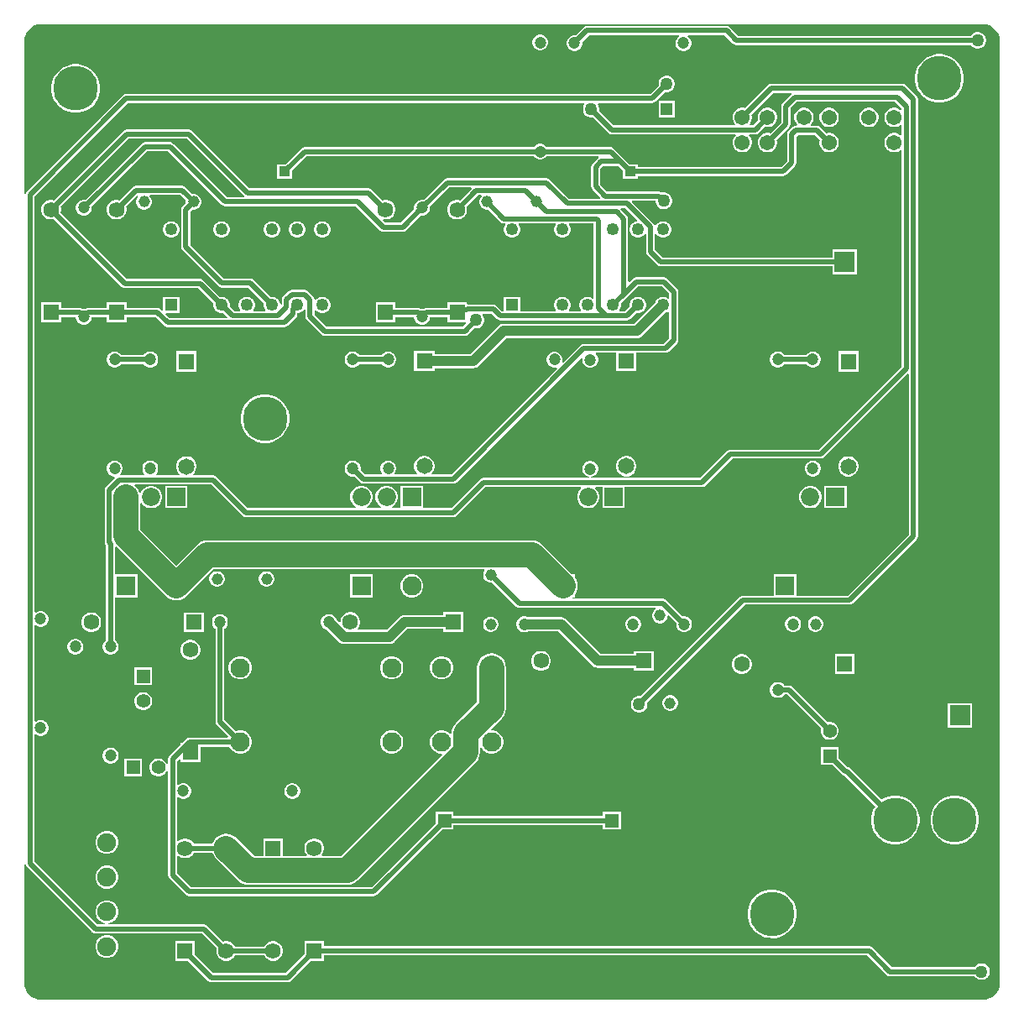
<source format=gbl>
G04*
G04 #@! TF.GenerationSoftware,Altium Limited,Altium Designer,23.8.1 (32)*
G04*
G04 Layer_Physical_Order=2*
G04 Layer_Color=16711680*
%FSLAX25Y25*%
%MOIN*%
G70*
G04*
G04 #@! TF.SameCoordinates,39E68628-0E6C-4B0E-937A-7B5971290EE0*
G04*
G04*
G04 #@! TF.FilePolarity,Positive*
G04*
G01*
G75*
%ADD20C,0.07500*%
%ADD45C,0.03937*%
%ADD46C,0.09843*%
%ADD47C,0.01968*%
%ADD48C,0.04724*%
%ADD49C,0.06083*%
%ADD50R,0.05512X0.05512*%
%ADD51C,0.05512*%
%ADD52R,0.05512X0.05512*%
%ADD53C,0.04528*%
%ADD54C,0.07677*%
%ADD55R,0.06260X0.06260*%
%ADD56C,0.06260*%
%ADD57R,0.06496X0.06496*%
%ADD58C,0.06496*%
%ADD59C,0.07638*%
%ADD60R,0.07638X0.07638*%
%ADD61R,0.07264X0.07264*%
%ADD62C,0.07264*%
%ADD63R,0.04331X0.04331*%
%ADD64C,0.04331*%
%ADD65R,0.08268X0.08268*%
%ADD66C,0.08268*%
%ADD67R,0.06260X0.06260*%
%ADD68C,0.17717*%
%ADD69C,0.04961*%
%ADD70R,0.04961X0.04961*%
%ADD71R,0.04921X0.04921*%
%ADD72C,0.04921*%
%ADD73R,0.08268X0.08268*%
%ADD74C,0.01968*%
%ADD75C,0.05000*%
G36*
X480700Y538975D02*
X481959Y538593D01*
X483120Y537973D01*
X484138Y537138D01*
X484973Y536120D01*
X485593Y534959D01*
X485975Y533700D01*
X486103Y532406D01*
X486100Y532390D01*
Y158374D01*
X486103Y158358D01*
X485975Y157064D01*
X485593Y155804D01*
X484973Y154644D01*
X484138Y153626D01*
X483120Y152791D01*
X481959Y152171D01*
X480700Y151788D01*
X479406Y151661D01*
X479390Y151664D01*
X105374D01*
X105358Y151661D01*
X104064Y151788D01*
X102804Y152171D01*
X101644Y152791D01*
X100626Y153626D01*
X99791Y154644D01*
X99171Y155804D01*
X98788Y157064D01*
X98661Y158358D01*
X98664Y158374D01*
Y205397D01*
X99164Y205446D01*
X99231Y205109D01*
X99623Y204523D01*
X125723Y178423D01*
X126309Y178031D01*
X127000Y177894D01*
X169331D01*
X175062Y172163D01*
X174883Y171495D01*
Y170464D01*
X175150Y169468D01*
X175665Y168574D01*
X176395Y167845D01*
X177288Y167329D01*
X178284Y167062D01*
X179316D01*
X180312Y167329D01*
X181205Y167845D01*
X181935Y168574D01*
X182280Y169173D01*
X193920D01*
X194265Y168574D01*
X194995Y167845D01*
X195888Y167329D01*
X196884Y167062D01*
X197916D01*
X198912Y167329D01*
X199805Y167845D01*
X200535Y168574D01*
X201050Y169468D01*
X201317Y170464D01*
Y171495D01*
X201050Y172492D01*
X200535Y173385D01*
X199805Y174114D01*
X198912Y174630D01*
X197916Y174897D01*
X196884D01*
X195888Y174630D01*
X194995Y174114D01*
X194265Y173385D01*
X193920Y172786D01*
X182280D01*
X181935Y173385D01*
X181205Y174114D01*
X180312Y174630D01*
X179316Y174897D01*
X178284D01*
X177616Y174718D01*
X171357Y180977D01*
X170771Y181369D01*
X170080Y181506D01*
X132150D01*
X132085Y182006D01*
X133151Y182292D01*
X134186Y182890D01*
X135031Y183734D01*
X135628Y184769D01*
X135937Y185923D01*
Y187118D01*
X135628Y188272D01*
X135031Y189306D01*
X134186Y190151D01*
X133151Y190749D01*
X131997Y191058D01*
X130803D01*
X129649Y190749D01*
X128614Y190151D01*
X127769Y189306D01*
X127172Y188272D01*
X126863Y187118D01*
Y185923D01*
X127172Y184769D01*
X127769Y183734D01*
X128614Y182890D01*
X129649Y182292D01*
X130716Y182006D01*
X130650Y181506D01*
X127748D01*
X102706Y206548D01*
Y256836D01*
X102924Y256926D01*
X103206Y257003D01*
X103884Y256611D01*
X104685Y256397D01*
X105515D01*
X106316Y256611D01*
X107034Y257026D01*
X107620Y257612D01*
X108035Y258331D01*
X108250Y259132D01*
Y259961D01*
X108035Y260762D01*
X107620Y261480D01*
X107034Y262067D01*
X106316Y262481D01*
X105515Y262696D01*
X104685D01*
X103884Y262481D01*
X103206Y262090D01*
X102924Y262167D01*
X102706Y262257D01*
Y300143D01*
X102924Y300233D01*
X103206Y300310D01*
X103884Y299919D01*
X104685Y299704D01*
X105515D01*
X106316Y299919D01*
X107034Y300333D01*
X107620Y300920D01*
X108035Y301638D01*
X108250Y302439D01*
Y303268D01*
X108035Y304069D01*
X107620Y304787D01*
X107034Y305374D01*
X106316Y305789D01*
X105515Y306003D01*
X104685D01*
X103884Y305789D01*
X103206Y305397D01*
X102924Y305474D01*
X102706Y305564D01*
Y470652D01*
X139848Y507794D01*
X320965D01*
X321156Y507332D01*
X321131Y507306D01*
X320701Y506561D01*
X320478Y505730D01*
Y504870D01*
X320701Y504039D01*
X321131Y503294D01*
X321739Y502685D01*
X322484Y502255D01*
X323315Y502032D01*
X324176D01*
X324399Y502092D01*
X330668Y495823D01*
X331254Y495431D01*
X331946Y495294D01*
X380936D01*
X381143Y494794D01*
X380700Y494351D01*
X380196Y493478D01*
X379935Y492504D01*
Y491496D01*
X380196Y490522D01*
X380700Y489649D01*
X381413Y488936D01*
X382286Y488432D01*
X383260Y488171D01*
X384268D01*
X385242Y488432D01*
X386115Y488936D01*
X386828Y489649D01*
X387332Y490522D01*
X387593Y491496D01*
Y492504D01*
X387332Y493478D01*
X386828Y494351D01*
X386385Y494794D01*
X386592Y495294D01*
X388864D01*
X389555Y495431D01*
X390141Y495823D01*
X392652Y498334D01*
X393260Y498171D01*
X394268D01*
X395242Y498432D01*
X396115Y498936D01*
X396828Y499649D01*
X397332Y500522D01*
X397592Y501496D01*
Y502504D01*
X397332Y503478D01*
X396828Y504351D01*
X396115Y505064D01*
X395242Y505568D01*
X394268Y505829D01*
X393260D01*
X392286Y505568D01*
X391413Y505064D01*
X390700Y504351D01*
X390196Y503478D01*
X389935Y502504D01*
Y501496D01*
X390098Y500889D01*
X388116Y498906D01*
X386792D01*
X386585Y499406D01*
X386828Y499649D01*
X387332Y500522D01*
X387593Y501496D01*
Y502504D01*
X387430Y503111D01*
X396112Y511794D01*
X403146D01*
X403262Y511619D01*
X403339Y511294D01*
X399723Y507677D01*
X399331Y507091D01*
X399194Y506400D01*
Y499984D01*
X394875Y495666D01*
X394268Y495829D01*
X393260D01*
X392286Y495568D01*
X391413Y495064D01*
X390700Y494351D01*
X390196Y493478D01*
X389935Y492504D01*
Y491496D01*
X390196Y490522D01*
X390700Y489649D01*
X391413Y488936D01*
X392286Y488432D01*
X393260Y488171D01*
X394268D01*
X395242Y488432D01*
X396115Y488936D01*
X396828Y489649D01*
X397332Y490522D01*
X397592Y491496D01*
Y492504D01*
X397430Y493111D01*
X402277Y497959D01*
X402669Y498545D01*
X402806Y499236D01*
Y505652D01*
X405448Y508294D01*
X444452D01*
X447094Y505652D01*
Y505044D01*
X446594Y504837D01*
X446367Y505064D01*
X445494Y505568D01*
X444520Y505829D01*
X443512D01*
X442538Y505568D01*
X441665Y505064D01*
X440952Y504351D01*
X440448Y503478D01*
X440187Y502504D01*
Y501496D01*
X440448Y500522D01*
X440952Y499649D01*
X441665Y498936D01*
X442538Y498432D01*
X443512Y498171D01*
X444520D01*
X445494Y498432D01*
X446367Y498936D01*
X446594Y499163D01*
X447094Y498956D01*
Y495044D01*
X446594Y494837D01*
X446367Y495064D01*
X445494Y495568D01*
X444520Y495829D01*
X443512D01*
X442538Y495568D01*
X441665Y495064D01*
X440952Y494351D01*
X440448Y493478D01*
X440187Y492504D01*
Y491496D01*
X440448Y490522D01*
X440952Y489649D01*
X441665Y488936D01*
X442538Y488432D01*
X443512Y488171D01*
X444520D01*
X445494Y488432D01*
X446367Y488936D01*
X446594Y489163D01*
X447094Y488956D01*
Y403048D01*
X414152Y370106D01*
X379100D01*
X378409Y369969D01*
X377823Y369577D01*
X367052Y358806D01*
X323783D01*
X323754Y359294D01*
X324555Y359509D01*
X325273Y359924D01*
X325859Y360510D01*
X326274Y361228D01*
X326489Y362029D01*
Y362858D01*
X326274Y363660D01*
X325859Y364378D01*
X325273Y364964D01*
X324555Y365379D01*
X323754Y365593D01*
X322924D01*
X322124Y365379D01*
X321405Y364964D01*
X320819Y364378D01*
X320404Y363660D01*
X320190Y362858D01*
Y362029D01*
X320404Y361228D01*
X320819Y360510D01*
X321405Y359924D01*
X322124Y359509D01*
X322924Y359294D01*
X322895Y358806D01*
X280900D01*
X280209Y358669D01*
X279623Y358277D01*
X268252Y346906D01*
X256919D01*
Y355667D01*
X248081D01*
Y346906D01*
X244819D01*
X244685Y347406D01*
X245214Y347712D01*
X246036Y348534D01*
X246618Y349542D01*
X246919Y350666D01*
Y351830D01*
X246618Y352954D01*
X246036Y353961D01*
X245214Y354784D01*
X244206Y355366D01*
X243082Y355667D01*
X241918D01*
X240794Y355366D01*
X239787Y354784D01*
X238964Y353961D01*
X238382Y352954D01*
X238081Y351830D01*
Y350666D01*
X238382Y349542D01*
X238964Y348534D01*
X239787Y347712D01*
X240315Y347406D01*
X240181Y346906D01*
X234819D01*
X234685Y347406D01*
X235213Y347712D01*
X236036Y348534D01*
X236618Y349542D01*
X236919Y350666D01*
Y351830D01*
X236618Y352954D01*
X236036Y353961D01*
X235213Y354784D01*
X234206Y355366D01*
X233082Y355667D01*
X231918D01*
X230794Y355366D01*
X229786Y354784D01*
X228964Y353961D01*
X228382Y352954D01*
X228081Y351830D01*
Y350666D01*
X228382Y349542D01*
X228964Y348534D01*
X229786Y347712D01*
X230315Y347406D01*
X230181Y346906D01*
X187348D01*
X174877Y359377D01*
X174291Y359769D01*
X173600Y359906D01*
X165939D01*
X165732Y360406D01*
X166229Y360904D01*
X166760Y361824D01*
X167035Y362850D01*
Y363913D01*
X166760Y364939D01*
X166229Y365860D01*
X165478Y366611D01*
X164558Y367142D01*
X163531Y367417D01*
X162469D01*
X161442Y367142D01*
X160522Y366611D01*
X159771Y365860D01*
X159240Y364939D01*
X158965Y363913D01*
Y362850D01*
X159240Y361824D01*
X159771Y360904D01*
X160268Y360406D01*
X160061Y359906D01*
X151123D01*
X150916Y360406D01*
X151170Y360661D01*
X151585Y361379D01*
X151799Y362180D01*
Y363009D01*
X151585Y363810D01*
X151170Y364528D01*
X150584Y365115D01*
X149865Y365529D01*
X149064Y365744D01*
X148235D01*
X147434Y365529D01*
X146716Y365115D01*
X146129Y364528D01*
X145715Y363810D01*
X145500Y363009D01*
Y362180D01*
X145715Y361379D01*
X146129Y360661D01*
X146383Y360406D01*
X146176Y359906D01*
X136973D01*
X136766Y360406D01*
X137020Y360661D01*
X137435Y361379D01*
X137650Y362180D01*
Y363009D01*
X137435Y363810D01*
X137020Y364528D01*
X136434Y365115D01*
X135716Y365529D01*
X134915Y365744D01*
X134085D01*
X133284Y365529D01*
X132566Y365115D01*
X131980Y364528D01*
X131565Y363810D01*
X131350Y363009D01*
Y362180D01*
X131565Y361379D01*
X131980Y360661D01*
X132566Y360074D01*
X133284Y359659D01*
X134085Y359445D01*
X134383D01*
X134590Y358945D01*
X131023Y355377D01*
X130631Y354791D01*
X130494Y354100D01*
Y333199D01*
X130631Y332508D01*
X131023Y331922D01*
X131094Y331851D01*
Y294447D01*
X130966Y294374D01*
X130380Y293788D01*
X129965Y293069D01*
X129750Y292268D01*
Y291439D01*
X129965Y290638D01*
X130380Y289920D01*
X130966Y289333D01*
X131684Y288919D01*
X132485Y288704D01*
X133315D01*
X134116Y288919D01*
X134834Y289333D01*
X135420Y289920D01*
X135835Y290638D01*
X136050Y291439D01*
Y292268D01*
X135835Y293069D01*
X135420Y293788D01*
X134834Y294374D01*
X134706Y294447D01*
Y311358D01*
X143606D01*
Y320571D01*
X134706D01*
Y331408D01*
X135206Y331615D01*
X154929Y311893D01*
X156121Y310978D01*
X157510Y310403D01*
X159000Y310207D01*
X160490Y310403D01*
X161879Y310978D01*
X163072Y311893D01*
X173735Y322557D01*
X281144D01*
X281367Y322057D01*
X281057Y321520D01*
X280849Y320744D01*
Y319941D01*
X281057Y319165D01*
X281458Y318469D01*
X282027Y317901D01*
X282722Y317499D01*
X283498Y317291D01*
X284302D01*
X284377Y317312D01*
X293965Y307723D01*
X294551Y307331D01*
X295243Y307194D01*
X349157D01*
X349290Y306694D01*
X349127Y306599D01*
X348558Y306031D01*
X348157Y305335D01*
X347949Y304559D01*
Y303756D01*
X348157Y302980D01*
X348558Y302284D01*
X349127Y301716D01*
X349822Y301314D01*
X350598Y301106D01*
X351402D01*
X352178Y301314D01*
X352873Y301716D01*
X353442Y302284D01*
X353843Y302980D01*
X354051Y303756D01*
Y304133D01*
X354551Y304340D01*
X357535Y301356D01*
X357497Y301214D01*
Y300384D01*
X357711Y299584D01*
X358126Y298865D01*
X358713Y298279D01*
X359431Y297864D01*
X360232Y297650D01*
X361061D01*
X361862Y297864D01*
X362580Y298279D01*
X363167Y298865D01*
X363581Y299584D01*
X363796Y300384D01*
Y301214D01*
X363581Y302015D01*
X363167Y302733D01*
X362580Y303320D01*
X361862Y303734D01*
X361061Y303949D01*
X360232D01*
X360089Y303911D01*
X353723Y310277D01*
X353137Y310669D01*
X352446Y310806D01*
X316637D01*
X316380Y311306D01*
X316417Y311358D01*
X317206D01*
Y312590D01*
X317586Y313086D01*
X318162Y314474D01*
X318358Y315965D01*
X318162Y317455D01*
X317586Y318844D01*
X317206Y319339D01*
Y320571D01*
X316137D01*
X304321Y332386D01*
X303129Y333301D01*
X301740Y333877D01*
X300250Y334073D01*
X171350D01*
X169860Y333877D01*
X168471Y333301D01*
X167279Y332386D01*
X159000Y324108D01*
X144758Y338350D01*
Y348757D01*
X145258Y348891D01*
X145464Y348534D01*
X146286Y347712D01*
X147294Y347130D01*
X148418Y346829D01*
X149582D01*
X150706Y347130D01*
X151714Y347712D01*
X152536Y348534D01*
X153118Y349542D01*
X153419Y350666D01*
Y351830D01*
X153118Y352954D01*
X152536Y353961D01*
X151714Y354784D01*
X150706Y355366D01*
X149582Y355667D01*
X148418D01*
X147294Y355366D01*
X146286Y354784D01*
X145464Y353961D01*
X144959Y353087D01*
X144531Y353063D01*
X144412Y353100D01*
X143986Y354127D01*
X143071Y355319D01*
X142454Y355794D01*
X142623Y356294D01*
X172852D01*
X185323Y343823D01*
X185909Y343431D01*
X186600Y343294D01*
X269000D01*
X269691Y343431D01*
X270277Y343823D01*
X281648Y355194D01*
X319668D01*
X319796Y354694D01*
X319064Y353961D01*
X318482Y352954D01*
X318181Y351830D01*
Y350666D01*
X318482Y349542D01*
X319064Y348534D01*
X319886Y347712D01*
X320894Y347130D01*
X322018Y346829D01*
X323182D01*
X324306Y347130D01*
X325313Y347712D01*
X326136Y348534D01*
X326718Y349542D01*
X327019Y350666D01*
Y351830D01*
X326718Y352954D01*
X326136Y353961D01*
X325404Y354694D01*
X325532Y355194D01*
X328181D01*
Y346829D01*
X337019D01*
Y355194D01*
X367800D01*
X368491Y355331D01*
X369077Y355723D01*
X379848Y366494D01*
X414900D01*
X415591Y366631D01*
X416177Y367023D01*
X449432Y400277D01*
X449894Y400086D01*
Y336348D01*
X425652Y312106D01*
X405406D01*
Y320571D01*
X396194D01*
Y312106D01*
X384100D01*
X383409Y311969D01*
X382823Y311577D01*
X343469Y272224D01*
X343233Y272287D01*
X342367D01*
X341531Y272063D01*
X340781Y271631D01*
X340169Y271019D01*
X339737Y270269D01*
X339513Y269433D01*
Y268567D01*
X339737Y267731D01*
X340169Y266982D01*
X340781Y266369D01*
X341531Y265937D01*
X342367Y265713D01*
X343233D01*
X344069Y265937D01*
X344818Y266369D01*
X345431Y266982D01*
X345863Y267731D01*
X346087Y268567D01*
Y269433D01*
X346024Y269669D01*
X384848Y308494D01*
X426400D01*
X427091Y308631D01*
X427677Y309023D01*
X452977Y334323D01*
X453369Y334909D01*
X453506Y335600D01*
Y509200D01*
X453369Y509891D01*
X452977Y510477D01*
X448577Y514877D01*
X447991Y515269D01*
X447300Y515406D01*
X395364D01*
X394672Y515269D01*
X394087Y514877D01*
X384875Y505666D01*
X384268Y505829D01*
X383260D01*
X382286Y505568D01*
X381413Y505064D01*
X380700Y504351D01*
X380196Y503478D01*
X379935Y502504D01*
Y501496D01*
X380196Y500522D01*
X380700Y499649D01*
X380943Y499406D01*
X380736Y498906D01*
X332694D01*
X326954Y504647D01*
X327013Y504870D01*
Y505730D01*
X326791Y506561D01*
X326360Y507306D01*
X326335Y507332D01*
X326526Y507794D01*
X348046D01*
X348737Y507931D01*
X349323Y508323D01*
X353092Y512092D01*
X353315Y512032D01*
X354176D01*
X355007Y512255D01*
X355752Y512685D01*
X356360Y513294D01*
X356791Y514039D01*
X357013Y514870D01*
Y515730D01*
X356791Y516561D01*
X356360Y517306D01*
X355752Y517915D01*
X355007Y518345D01*
X354176Y518568D01*
X353315D01*
X352484Y518345D01*
X351739Y517915D01*
X351131Y517306D01*
X350701Y516561D01*
X350478Y515730D01*
Y514870D01*
X350538Y514647D01*
X347297Y511406D01*
X139100D01*
X138409Y511269D01*
X137823Y510877D01*
X99623Y472677D01*
X99231Y472091D01*
X99164Y471754D01*
X98664Y471804D01*
Y532390D01*
X98661Y532406D01*
X98788Y533700D01*
X99171Y534959D01*
X99791Y536120D01*
X100626Y537138D01*
X101644Y537973D01*
X102804Y538593D01*
X104064Y538975D01*
X105358Y539103D01*
X105374Y539100D01*
X479390D01*
X479406Y539103D01*
X480700Y538975D01*
D02*
G37*
%LPC*%
G36*
X377500Y538306D02*
X322092D01*
X321401Y538169D01*
X320815Y537777D01*
X317649Y534612D01*
X317507Y534650D01*
X316678D01*
X315877Y534435D01*
X315158Y534020D01*
X314572Y533434D01*
X314157Y532716D01*
X313943Y531915D01*
Y531085D01*
X314157Y530284D01*
X314572Y529566D01*
X315158Y528980D01*
X315877Y528565D01*
X316678Y528350D01*
X317507D01*
X318308Y528565D01*
X319026Y528980D01*
X319613Y529566D01*
X320027Y530284D01*
X320242Y531085D01*
Y531915D01*
X320204Y532057D01*
X322840Y534694D01*
X358631D01*
X358766Y534194D01*
X358465Y534020D01*
X357879Y533434D01*
X357464Y532716D01*
X357250Y531915D01*
Y531085D01*
X357464Y530284D01*
X357879Y529566D01*
X358465Y528980D01*
X359184Y528565D01*
X359984Y528350D01*
X360814D01*
X361615Y528565D01*
X362333Y528980D01*
X362919Y529566D01*
X363334Y530284D01*
X363549Y531085D01*
Y531915D01*
X363334Y532716D01*
X362919Y533434D01*
X362333Y534020D01*
X362033Y534194D01*
X362167Y534694D01*
X376752D01*
X380123Y531323D01*
X380709Y530931D01*
X381400Y530794D01*
X474447D01*
X474569Y530582D01*
X475181Y529969D01*
X475931Y529537D01*
X476767Y529313D01*
X477633D01*
X478469Y529537D01*
X479218Y529969D01*
X479831Y530582D01*
X480263Y531331D01*
X480487Y532167D01*
Y533033D01*
X480263Y533869D01*
X479831Y534619D01*
X479218Y535231D01*
X478469Y535663D01*
X477633Y535887D01*
X476767D01*
X475931Y535663D01*
X475181Y535231D01*
X474569Y534619D01*
X474447Y534406D01*
X382148D01*
X378777Y537777D01*
X378191Y538169D01*
X377500Y538306D01*
D02*
G37*
G36*
X303915Y534903D02*
X303085D01*
X302284Y534689D01*
X301566Y534274D01*
X300980Y533687D01*
X300565Y532969D01*
X300350Y532168D01*
Y531339D01*
X300565Y530538D01*
X300980Y529820D01*
X301566Y529233D01*
X302284Y528819D01*
X303085Y528604D01*
X303915D01*
X304716Y528819D01*
X305434Y529233D01*
X306020Y529820D01*
X306435Y530538D01*
X306650Y531339D01*
Y532168D01*
X306435Y532969D01*
X306020Y533687D01*
X305434Y534274D01*
X304716Y534689D01*
X303915Y534903D01*
D02*
G37*
G36*
X462950Y527146D02*
X461050D01*
X459187Y526775D01*
X457431Y526048D01*
X455851Y524992D01*
X454508Y523649D01*
X453452Y522069D01*
X452725Y520314D01*
X452354Y518450D01*
Y516550D01*
X452725Y514686D01*
X453452Y512931D01*
X454508Y511351D01*
X455851Y510008D01*
X457431Y508952D01*
X459187Y508225D01*
X461050Y507854D01*
X462950D01*
X464814Y508225D01*
X466569Y508952D01*
X468149Y510008D01*
X469492Y511351D01*
X470548Y512931D01*
X471275Y514686D01*
X471646Y516550D01*
Y518450D01*
X471275Y520314D01*
X470548Y522069D01*
X469492Y523649D01*
X468149Y524992D01*
X466569Y526048D01*
X464814Y526775D01*
X462950Y527146D01*
D02*
G37*
G36*
X119950Y523146D02*
X118050D01*
X116186Y522775D01*
X114431Y522048D01*
X112851Y520992D01*
X111508Y519649D01*
X110452Y518069D01*
X109725Y516314D01*
X109354Y514450D01*
Y512550D01*
X109725Y510686D01*
X110452Y508931D01*
X111508Y507351D01*
X112851Y506008D01*
X114431Y504952D01*
X116186Y504225D01*
X118050Y503854D01*
X119950D01*
X121813Y504225D01*
X123569Y504952D01*
X125149Y506008D01*
X126492Y507351D01*
X127548Y508931D01*
X128275Y510686D01*
X128646Y512550D01*
Y514450D01*
X128275Y516314D01*
X127548Y518069D01*
X126492Y519649D01*
X125149Y520992D01*
X123569Y522048D01*
X121813Y522775D01*
X119950Y523146D01*
D02*
G37*
G36*
X357013Y508568D02*
X350478D01*
Y502032D01*
X357013D01*
Y508568D01*
D02*
G37*
G36*
X434520Y505829D02*
X433512D01*
X432538Y505568D01*
X431665Y505064D01*
X430952Y504351D01*
X430448Y503478D01*
X430187Y502504D01*
Y501496D01*
X430448Y500522D01*
X430952Y499649D01*
X431665Y498936D01*
X432538Y498432D01*
X433512Y498171D01*
X434520D01*
X435494Y498432D01*
X436367Y498936D01*
X437080Y499649D01*
X437584Y500522D01*
X437845Y501496D01*
Y502504D01*
X437584Y503478D01*
X437080Y504351D01*
X436367Y505064D01*
X435494Y505568D01*
X434520Y505829D01*
D02*
G37*
G36*
X418772D02*
X417764D01*
X416790Y505568D01*
X415917Y505064D01*
X415204Y504351D01*
X414700Y503478D01*
X414439Y502504D01*
Y501496D01*
X414700Y500522D01*
X415204Y499649D01*
X415917Y498936D01*
X416790Y498432D01*
X417764Y498171D01*
X418772D01*
X419746Y498432D01*
X420619Y498936D01*
X421332Y499649D01*
X421836Y500522D01*
X422096Y501496D01*
Y502504D01*
X421836Y503478D01*
X421332Y504351D01*
X420619Y505064D01*
X419746Y505568D01*
X418772Y505829D01*
D02*
G37*
G36*
X408772D02*
X407764D01*
X406790Y505568D01*
X405917Y505064D01*
X405204Y504351D01*
X404700Y503478D01*
X404439Y502504D01*
Y501496D01*
X404700Y500522D01*
X405204Y499649D01*
X405647Y499206D01*
X405440Y498706D01*
X405100D01*
X404409Y498569D01*
X403823Y498177D01*
X402123Y496477D01*
X401731Y495891D01*
X401594Y495200D01*
Y484748D01*
X399152Y482306D01*
X342374D01*
Y483453D01*
X339023D01*
X336699Y485777D01*
X332752Y489724D01*
X332166Y490115D01*
X331475Y490253D01*
X306094D01*
X306020Y490380D01*
X305434Y490967D01*
X304716Y491381D01*
X303915Y491596D01*
X303085D01*
X302284Y491381D01*
X301566Y490967D01*
X300980Y490380D01*
X300906Y490253D01*
X209968D01*
X209276Y490115D01*
X208690Y489724D01*
X202419Y483453D01*
X199068D01*
Y477547D01*
X204974D01*
Y480898D01*
X210716Y486640D01*
X300906D01*
X300980Y486513D01*
X301566Y485926D01*
X302284Y485511D01*
X303085Y485297D01*
X303915D01*
X304716Y485511D01*
X305434Y485926D01*
X306020Y486513D01*
X306094Y486640D01*
X326643D01*
X326701Y486558D01*
X326575Y485879D01*
X326423Y485777D01*
X324323Y483677D01*
X323931Y483091D01*
X323794Y482400D01*
Y474500D01*
X323931Y473809D01*
X324323Y473223D01*
X327377Y470168D01*
X327186Y469706D01*
X315048D01*
X307377Y477377D01*
X306791Y477769D01*
X306100Y477906D01*
X266539D01*
X265847Y477769D01*
X265261Y477377D01*
X257157Y469273D01*
X257015Y469311D01*
X256185D01*
X255384Y469096D01*
X254666Y468682D01*
X254080Y468095D01*
X253665Y467377D01*
X253450Y466576D01*
Y465747D01*
X253488Y465604D01*
X248090Y460206D01*
X241987D01*
X241106Y461087D01*
X241365Y461535D01*
X241584Y461477D01*
X242616D01*
X243612Y461743D01*
X244505Y462259D01*
X245235Y462989D01*
X245750Y463882D01*
X246017Y464878D01*
Y465909D01*
X245750Y466906D01*
X245235Y467799D01*
X244505Y468528D01*
X243612Y469044D01*
X242616Y469311D01*
X241584D01*
X240916Y469132D01*
X236671Y473377D01*
X236085Y473769D01*
X235394Y473906D01*
X188048D01*
X165277Y496677D01*
X164691Y497069D01*
X164000Y497206D01*
X139266D01*
X138575Y497069D01*
X137989Y496677D01*
X110443Y469132D01*
X109775Y469311D01*
X108744D01*
X107748Y469044D01*
X106854Y468528D01*
X106125Y467799D01*
X105609Y466906D01*
X105342Y465909D01*
Y464878D01*
X105609Y463882D01*
X106125Y462989D01*
X106854Y462259D01*
X107748Y461743D01*
X108744Y461477D01*
X109775D01*
X110443Y461656D01*
X137355Y434744D01*
X137941Y434352D01*
X138633Y434215D01*
X167731D01*
X173808Y428137D01*
X173752Y427928D01*
Y427072D01*
X173973Y426246D01*
X174401Y425506D01*
X175006Y424901D01*
X175746Y424473D01*
X176572Y424252D01*
X177428D01*
X177637Y424308D01*
X179165Y422780D01*
X178974Y422318D01*
X156237D01*
X154765Y423790D01*
X154956Y424252D01*
X160248D01*
Y430748D01*
X153752D01*
Y425456D01*
X153290Y425265D01*
X152671Y425884D01*
X152085Y426275D01*
X151394Y426413D01*
X139177D01*
Y428524D01*
X131342D01*
Y426413D01*
X124020D01*
X123328Y426275D01*
X122843Y425951D01*
X122675Y425996D01*
X121845D01*
X121677Y425951D01*
X121191Y426275D01*
X120500Y426413D01*
X113177D01*
Y428524D01*
X105342D01*
Y420689D01*
X113177D01*
Y422800D01*
X119110D01*
Y422432D01*
X119325Y421631D01*
X119739Y420913D01*
X120326Y420326D01*
X121044Y419911D01*
X121845Y419697D01*
X122675D01*
X123476Y419911D01*
X124194Y420326D01*
X124780Y420913D01*
X125195Y421631D01*
X125409Y422432D01*
Y422800D01*
X131342D01*
Y420689D01*
X139177D01*
Y422800D01*
X150645D01*
X154211Y419234D01*
X154797Y418843D01*
X155488Y418705D01*
X202000D01*
X202691Y418843D01*
X203277Y419234D01*
X206595Y422552D01*
X206987Y423138D01*
X207124Y423830D01*
Y424252D01*
X207428D01*
X208254Y424473D01*
X208994Y424901D01*
X209599Y425506D01*
X209794Y425843D01*
X210294Y425709D01*
Y422900D01*
X210431Y422209D01*
X210823Y421623D01*
X216723Y415723D01*
X217309Y415331D01*
X218000Y415194D01*
X273500D01*
X274191Y415331D01*
X274777Y415723D01*
X277331Y418276D01*
X277567Y418213D01*
X278433D01*
X279269Y418437D01*
X280018Y418869D01*
X280631Y419482D01*
X281063Y420231D01*
X281287Y421067D01*
Y421933D01*
X281063Y422769D01*
X280631Y423519D01*
X280589Y423560D01*
X280780Y424022D01*
X284323D01*
X286423Y421923D01*
X287009Y421531D01*
X287700Y421394D01*
X338000D01*
X338691Y421531D01*
X339277Y421923D01*
X341663Y424308D01*
X341872Y424252D01*
X342728D01*
X343554Y424473D01*
X344294Y424901D01*
X344899Y425506D01*
X345327Y426246D01*
X345548Y427072D01*
Y427928D01*
X345327Y428754D01*
X344899Y429494D01*
X344294Y430099D01*
X343554Y430527D01*
X342728Y430748D01*
X341872D01*
X341046Y430527D01*
X340306Y430099D01*
X339701Y429494D01*
X339273Y428754D01*
X339052Y427928D01*
Y427072D01*
X339108Y426863D01*
X337252Y425006D01*
X335053D01*
X334862Y425468D01*
X334899Y425506D01*
X335327Y426246D01*
X335548Y427072D01*
Y427928D01*
X335492Y428137D01*
X337877Y430523D01*
X342348Y434994D01*
X351852D01*
X354794Y432052D01*
Y430253D01*
X354332Y430062D01*
X354294Y430099D01*
X353554Y430527D01*
X352728Y430748D01*
X351872D01*
X351046Y430527D01*
X350306Y430099D01*
X349701Y429494D01*
X349273Y428754D01*
X349146Y428276D01*
X340804Y419936D01*
X288856D01*
X288136Y419841D01*
X287466Y419563D01*
X286890Y419121D01*
X275761Y407992D01*
X261535D01*
Y409248D01*
X253465D01*
Y401177D01*
X261535D01*
Y402433D01*
X276913D01*
X277632Y402528D01*
X278302Y402805D01*
X278878Y403247D01*
X290007Y414376D01*
X341956D01*
X342675Y414471D01*
X343346Y414748D01*
X343921Y415190D01*
X353077Y424345D01*
X353554Y424473D01*
X354294Y424901D01*
X354332Y424938D01*
X354794Y424747D01*
Y414348D01*
X352552Y412106D01*
X320800D01*
X320109Y411969D01*
X319523Y411577D01*
X312654Y404709D01*
X312206Y404968D01*
X312325Y405411D01*
Y406241D01*
X312110Y407042D01*
X311696Y407760D01*
X311109Y408347D01*
X310391Y408761D01*
X309590Y408976D01*
X308761D01*
X307960Y408761D01*
X307242Y408347D01*
X306655Y407760D01*
X306240Y407042D01*
X306026Y406241D01*
Y405411D01*
X306240Y404610D01*
X306655Y403892D01*
X307242Y403306D01*
X307960Y402891D01*
X308761Y402677D01*
X309590D01*
X310034Y402796D01*
X310293Y402347D01*
X268152Y360206D01*
X260640D01*
X260433Y360706D01*
X260729Y361003D01*
X261260Y361923D01*
X261535Y362949D01*
Y364012D01*
X261260Y365038D01*
X260729Y365958D01*
X259978Y366709D01*
X259058Y367241D01*
X258031Y367516D01*
X256969D01*
X255942Y367241D01*
X255022Y366709D01*
X254271Y365958D01*
X253740Y365038D01*
X253465Y364012D01*
Y362949D01*
X253740Y361923D01*
X254271Y361003D01*
X254567Y360706D01*
X254360Y360206D01*
X245858D01*
X245792Y360365D01*
X245696Y360706D01*
X246085Y361379D01*
X246299Y362180D01*
Y363009D01*
X246085Y363810D01*
X245670Y364528D01*
X245083Y365115D01*
X244365Y365529D01*
X243564Y365744D01*
X242735D01*
X241934Y365529D01*
X241216Y365115D01*
X240629Y364528D01*
X240215Y363810D01*
X240000Y363009D01*
Y362180D01*
X240215Y361379D01*
X240603Y360706D01*
X240507Y360365D01*
X240441Y360206D01*
X233943D01*
X232112Y362037D01*
X232150Y362180D01*
Y363009D01*
X231935Y363810D01*
X231520Y364528D01*
X230934Y365115D01*
X230216Y365529D01*
X229415Y365744D01*
X228585D01*
X227784Y365529D01*
X227066Y365115D01*
X226480Y364528D01*
X226065Y363810D01*
X225850Y363009D01*
Y362180D01*
X226065Y361379D01*
X226480Y360661D01*
X227066Y360074D01*
X227784Y359659D01*
X228585Y359445D01*
X229415D01*
X229557Y359483D01*
X231917Y357123D01*
X232503Y356731D01*
X233194Y356594D01*
X268900D01*
X269591Y356731D01*
X270177Y357123D01*
X319837Y406783D01*
X320286Y406524D01*
X320190Y406166D01*
Y405336D01*
X320404Y404535D01*
X320819Y403817D01*
X321405Y403231D01*
X322124Y402816D01*
X322924Y402601D01*
X323754D01*
X324555Y402816D01*
X325273Y403231D01*
X325859Y403817D01*
X326274Y404535D01*
X326489Y405336D01*
Y406166D01*
X326274Y406967D01*
X325859Y407685D01*
X325551Y407994D01*
X325758Y408494D01*
X333665D01*
Y401177D01*
X341735D01*
Y408494D01*
X353300D01*
X353991Y408631D01*
X354577Y409023D01*
X357877Y412323D01*
X358269Y412909D01*
X358406Y413600D01*
Y432800D01*
X358269Y433491D01*
X357877Y434077D01*
X353877Y438077D01*
X353291Y438469D01*
X352600Y438606D01*
X341600D01*
X340909Y438469D01*
X340323Y438077D01*
X338868Y436623D01*
X338406Y436814D01*
Y461800D01*
X338269Y462491D01*
X337877Y463077D01*
X335361Y465594D01*
X335568Y466094D01*
X337152D01*
X342055Y461190D01*
X342055Y461188D01*
X341808Y460731D01*
X341046Y460527D01*
X340306Y460099D01*
X339701Y459494D01*
X339273Y458754D01*
X339052Y457928D01*
Y457072D01*
X339273Y456246D01*
X339701Y455506D01*
X340306Y454901D01*
X341046Y454473D01*
X341872Y454252D01*
X342728D01*
X343554Y454473D01*
X344294Y454901D01*
X344899Y455506D01*
X344994Y455669D01*
X345494Y455536D01*
Y448800D01*
X345631Y448109D01*
X346023Y447523D01*
X350165Y443380D01*
X350751Y442988D01*
X351443Y442851D01*
X419479D01*
Y439736D01*
X429321D01*
Y449579D01*
X419479D01*
Y446464D01*
X352191D01*
X349106Y449548D01*
Y455536D01*
X349606Y455669D01*
X349701Y455506D01*
X350306Y454901D01*
X351046Y454473D01*
X351872Y454252D01*
X352728D01*
X353554Y454473D01*
X354294Y454901D01*
X354899Y455506D01*
X355327Y456246D01*
X355548Y457072D01*
Y457928D01*
X355327Y458754D01*
X354899Y459494D01*
X354294Y460099D01*
X353554Y460527D01*
X352728Y460748D01*
X351872D01*
X351046Y460527D01*
X350306Y460099D01*
X349701Y459494D01*
X349491Y459130D01*
X348969Y459191D01*
X348577Y459777D01*
X339911Y468444D01*
X340102Y468906D01*
X349249D01*
Y468427D01*
X349473Y467591D01*
X349906Y466842D01*
X350518Y466230D01*
X351268Y465797D01*
X352104Y465573D01*
X352969D01*
X353805Y465797D01*
X354555Y466230D01*
X355167Y466842D01*
X355600Y467591D01*
X355824Y468427D01*
Y469293D01*
X355600Y470129D01*
X355167Y470879D01*
X354555Y471491D01*
X353805Y471924D01*
X352969Y472148D01*
X352104D01*
X351833Y472075D01*
X351376Y472381D01*
X350685Y472518D01*
X330136D01*
X327406Y475248D01*
Y481652D01*
X328448Y482694D01*
X334673D01*
X336468Y480898D01*
Y477547D01*
X342374D01*
Y478694D01*
X399900D01*
X400591Y478831D01*
X401177Y479223D01*
X404677Y482723D01*
X405069Y483309D01*
X405206Y484000D01*
Y494452D01*
X405848Y495094D01*
X412620D01*
X414602Y493111D01*
X414439Y492504D01*
Y491496D01*
X414700Y490522D01*
X415204Y489649D01*
X415917Y488936D01*
X416790Y488432D01*
X417764Y488171D01*
X418772D01*
X419746Y488432D01*
X420619Y488936D01*
X421332Y489649D01*
X421836Y490522D01*
X422096Y491496D01*
Y492504D01*
X421836Y493478D01*
X421332Y494351D01*
X420619Y495064D01*
X419746Y495568D01*
X418772Y495829D01*
X417764D01*
X417156Y495666D01*
X414645Y498177D01*
X414059Y498569D01*
X413368Y498706D01*
X411096D01*
X410889Y499206D01*
X411332Y499649D01*
X411836Y500522D01*
X412097Y501496D01*
Y502504D01*
X411836Y503478D01*
X411332Y504351D01*
X410619Y505064D01*
X409746Y505568D01*
X408772Y505829D01*
D02*
G37*
G36*
X412164Y409051D02*
X411335D01*
X410534Y408837D01*
X409815Y408422D01*
X409229Y407835D01*
X409155Y407708D01*
X400494D01*
X400420Y407835D01*
X399834Y408422D01*
X399116Y408837D01*
X398315Y409051D01*
X397485D01*
X396684Y408837D01*
X395966Y408422D01*
X395380Y407835D01*
X394965Y407117D01*
X394750Y406316D01*
Y405487D01*
X394965Y404686D01*
X395380Y403968D01*
X395966Y403381D01*
X396684Y402967D01*
X397485Y402752D01*
X398315D01*
X399116Y402967D01*
X399834Y403381D01*
X400420Y403968D01*
X400494Y404095D01*
X409155D01*
X409229Y403968D01*
X409815Y403381D01*
X410534Y402967D01*
X411335Y402752D01*
X412164D01*
X412965Y402967D01*
X413683Y403381D01*
X414269Y403968D01*
X414684Y404686D01*
X414899Y405487D01*
Y406316D01*
X414684Y407117D01*
X414269Y407835D01*
X413683Y408422D01*
X412965Y408837D01*
X412164Y409051D01*
D02*
G37*
G36*
X243564D02*
X242735D01*
X241934Y408837D01*
X241216Y408422D01*
X240629Y407835D01*
X240556Y407708D01*
X231594D01*
X231520Y407835D01*
X230934Y408422D01*
X230216Y408837D01*
X229415Y409051D01*
X228585D01*
X227784Y408837D01*
X227066Y408422D01*
X226480Y407835D01*
X226065Y407117D01*
X225850Y406316D01*
Y405487D01*
X226065Y404686D01*
X226480Y403968D01*
X227066Y403381D01*
X227784Y402967D01*
X228585Y402752D01*
X229415D01*
X230216Y402967D01*
X230934Y403381D01*
X231520Y403968D01*
X231594Y404095D01*
X240556D01*
X240629Y403968D01*
X241216Y403381D01*
X241934Y402967D01*
X242735Y402752D01*
X243564D01*
X244365Y402967D01*
X245083Y403381D01*
X245670Y403968D01*
X246085Y404686D01*
X246299Y405487D01*
Y406316D01*
X246085Y407117D01*
X245670Y407835D01*
X245083Y408422D01*
X244365Y408837D01*
X243564Y409051D01*
D02*
G37*
G36*
X149064D02*
X148235D01*
X147434Y408837D01*
X146716Y408422D01*
X146129Y407835D01*
X146056Y407708D01*
X137094D01*
X137020Y407835D01*
X136434Y408422D01*
X135716Y408837D01*
X134915Y409051D01*
X134085D01*
X133284Y408837D01*
X132566Y408422D01*
X131980Y407835D01*
X131565Y407117D01*
X131350Y406316D01*
Y405487D01*
X131565Y404686D01*
X131980Y403968D01*
X132566Y403381D01*
X133284Y402967D01*
X134085Y402752D01*
X134915D01*
X135716Y402967D01*
X136434Y403381D01*
X137020Y403968D01*
X137094Y404095D01*
X146056D01*
X146129Y403968D01*
X146716Y403381D01*
X147434Y402967D01*
X148235Y402752D01*
X149064D01*
X149865Y402967D01*
X150584Y403381D01*
X151170Y403968D01*
X151585Y404686D01*
X151799Y405487D01*
Y406316D01*
X151585Y407117D01*
X151170Y407835D01*
X150584Y408422D01*
X149865Y408837D01*
X149064Y409051D01*
D02*
G37*
G36*
X429935Y409150D02*
X421865D01*
Y401079D01*
X429935D01*
Y409150D01*
D02*
G37*
G36*
X167035D02*
X158965D01*
Y401079D01*
X167035D01*
Y409150D01*
D02*
G37*
G36*
X195150Y392046D02*
X193250D01*
X191386Y391675D01*
X189631Y390948D01*
X188051Y389892D01*
X186708Y388549D01*
X185652Y386969D01*
X184925Y385213D01*
X184554Y383350D01*
Y381450D01*
X184925Y379587D01*
X185652Y377831D01*
X186708Y376251D01*
X188051Y374908D01*
X189631Y373852D01*
X191386Y373125D01*
X193250Y372754D01*
X195150D01*
X197013Y373125D01*
X198769Y373852D01*
X200349Y374908D01*
X201692Y376251D01*
X202748Y377831D01*
X203475Y379587D01*
X203846Y381450D01*
Y383350D01*
X203475Y385213D01*
X202748Y386969D01*
X201692Y388549D01*
X200349Y389892D01*
X198769Y390948D01*
X197013Y391675D01*
X195150Y392046D01*
D02*
G37*
G36*
X338231Y367516D02*
X337169D01*
X336142Y367241D01*
X335222Y366709D01*
X334471Y365958D01*
X333940Y365038D01*
X333665Y364012D01*
Y362949D01*
X333940Y361923D01*
X334471Y361003D01*
X335222Y360251D01*
X336142Y359720D01*
X337169Y359445D01*
X338231D01*
X339258Y359720D01*
X340178Y360251D01*
X340929Y361003D01*
X341460Y361923D01*
X341735Y362949D01*
Y364012D01*
X341460Y365038D01*
X340929Y365958D01*
X340178Y366709D01*
X339258Y367241D01*
X338231Y367516D01*
D02*
G37*
G36*
X412164Y365744D02*
X411335D01*
X410534Y365529D01*
X409815Y365115D01*
X409229Y364528D01*
X408814Y363810D01*
X408600Y363009D01*
Y362180D01*
X408814Y361379D01*
X409229Y360661D01*
X409815Y360074D01*
X410534Y359659D01*
X411335Y359445D01*
X412164D01*
X412965Y359659D01*
X413683Y360074D01*
X414269Y360661D01*
X414684Y361379D01*
X414899Y362180D01*
Y363009D01*
X414684Y363810D01*
X414269Y364528D01*
X413683Y365115D01*
X412965Y365529D01*
X412164Y365744D01*
D02*
G37*
G36*
X426431Y367417D02*
X425369D01*
X424342Y367142D01*
X423422Y366611D01*
X422671Y365860D01*
X422140Y364939D01*
X421865Y363913D01*
Y362850D01*
X422140Y361824D01*
X422671Y360904D01*
X423422Y360153D01*
X424342Y359621D01*
X425369Y359346D01*
X426431D01*
X427458Y359621D01*
X428378Y360153D01*
X429129Y360904D01*
X429660Y361824D01*
X429935Y362850D01*
Y363913D01*
X429660Y364939D01*
X429129Y365860D01*
X428378Y366611D01*
X427458Y367142D01*
X426431Y367417D01*
D02*
G37*
G36*
X425219Y355667D02*
X416381D01*
Y346829D01*
X425219D01*
Y355667D01*
D02*
G37*
G36*
X411382D02*
X410218D01*
X409094Y355366D01*
X408086Y354784D01*
X407264Y353961D01*
X406682Y352954D01*
X406381Y351830D01*
Y350666D01*
X406682Y349542D01*
X407264Y348534D01*
X408086Y347712D01*
X409094Y347130D01*
X410218Y346829D01*
X411382D01*
X412506Y347130D01*
X413514Y347712D01*
X414336Y348534D01*
X414918Y349542D01*
X415219Y350666D01*
Y351830D01*
X414918Y352954D01*
X414336Y353961D01*
X413514Y354784D01*
X412506Y355366D01*
X411382Y355667D01*
D02*
G37*
G36*
X163419D02*
X154581D01*
Y346829D01*
X163419D01*
Y355667D01*
D02*
G37*
G36*
X195244Y321751D02*
X194441D01*
X193665Y321543D01*
X192969Y321142D01*
X192401Y320573D01*
X191999Y319878D01*
X191791Y319102D01*
Y318298D01*
X191999Y317522D01*
X192401Y316827D01*
X192969Y316258D01*
X193665Y315857D01*
X194441Y315649D01*
X195244D01*
X196020Y315857D01*
X196716Y316258D01*
X197284Y316827D01*
X197686Y317522D01*
X197894Y318298D01*
Y319102D01*
X197686Y319878D01*
X197284Y320573D01*
X196716Y321142D01*
X196020Y321543D01*
X195244Y321751D01*
D02*
G37*
G36*
X175559D02*
X174756D01*
X173980Y321543D01*
X173284Y321142D01*
X172716Y320573D01*
X172314Y319878D01*
X172106Y319102D01*
Y318298D01*
X172314Y317522D01*
X172716Y316827D01*
X173284Y316258D01*
X173980Y315857D01*
X174756Y315649D01*
X175559D01*
X176335Y315857D01*
X177031Y316258D01*
X177599Y316827D01*
X178001Y317522D01*
X178209Y318298D01*
Y319102D01*
X178001Y319878D01*
X177599Y320573D01*
X177031Y321142D01*
X176335Y321543D01*
X175559Y321751D01*
D02*
G37*
G36*
X253106Y320571D02*
X251894D01*
X250722Y320257D01*
X249672Y319651D01*
X248814Y318793D01*
X248208Y317743D01*
X247894Y316571D01*
Y315358D01*
X248208Y314187D01*
X248814Y313136D01*
X249672Y312279D01*
X250722Y311672D01*
X251894Y311358D01*
X253106D01*
X254278Y311672D01*
X255328Y312279D01*
X256186Y313136D01*
X256792Y314187D01*
X257106Y315358D01*
Y316571D01*
X256792Y317743D01*
X256186Y318793D01*
X255328Y319651D01*
X254278Y320257D01*
X253106Y320571D01*
D02*
G37*
G36*
X237106D02*
X227894D01*
Y311358D01*
X237106D01*
Y320571D01*
D02*
G37*
G36*
X272811Y305516D02*
X264977D01*
Y304378D01*
X249643D01*
X248924Y304283D01*
X248253Y304006D01*
X247678Y303564D01*
X242606Y298492D01*
X231193D01*
X231002Y298954D01*
X231241Y299193D01*
X231757Y300086D01*
X232024Y301083D01*
Y302114D01*
X231757Y303110D01*
X231241Y304004D01*
X230512Y304733D01*
X229618Y305249D01*
X228622Y305516D01*
X227591D01*
X226594Y305249D01*
X225701Y304733D01*
X224972Y304004D01*
X224456Y303110D01*
X224189Y302114D01*
Y301647D01*
X223689Y301440D01*
X222615Y302514D01*
X222535Y302814D01*
X222120Y303532D01*
X221534Y304119D01*
X220816Y304533D01*
X220015Y304748D01*
X219185D01*
X218384Y304533D01*
X217666Y304119D01*
X217080Y303532D01*
X216665Y302814D01*
X216450Y302013D01*
Y301184D01*
X216665Y300383D01*
X217080Y299664D01*
X217666Y299078D01*
X218384Y298663D01*
X218684Y298583D01*
X223520Y293747D01*
X224096Y293305D01*
X224766Y293028D01*
X225486Y292933D01*
X243757D01*
X244477Y293028D01*
X245147Y293305D01*
X245723Y293747D01*
X250795Y298819D01*
X264977D01*
Y297681D01*
X272811D01*
Y305516D01*
D02*
G37*
G36*
X413259Y303850D02*
X412456D01*
X411680Y303643D01*
X410984Y303241D01*
X410416Y302673D01*
X410014Y301977D01*
X409806Y301201D01*
Y300397D01*
X410014Y299622D01*
X410416Y298926D01*
X410984Y298358D01*
X411680Y297956D01*
X412456Y297748D01*
X413259D01*
X414035Y297956D01*
X414731Y298358D01*
X415299Y298926D01*
X415701Y299622D01*
X415909Y300397D01*
Y301201D01*
X415701Y301977D01*
X415299Y302673D01*
X414731Y303241D01*
X414035Y303643D01*
X413259Y303850D01*
D02*
G37*
G36*
X404368Y303949D02*
X403539D01*
X402738Y303734D01*
X402020Y303320D01*
X401433Y302733D01*
X401019Y302015D01*
X400804Y301214D01*
Y300384D01*
X401019Y299584D01*
X401433Y298865D01*
X402020Y298279D01*
X402738Y297864D01*
X403539Y297650D01*
X404368D01*
X405169Y297864D01*
X405888Y298279D01*
X406474Y298865D01*
X406889Y299584D01*
X407103Y300384D01*
Y301214D01*
X406889Y302015D01*
X406474Y302733D01*
X405888Y303320D01*
X405169Y303734D01*
X404368Y303949D01*
D02*
G37*
G36*
X284302Y303709D02*
X283498D01*
X282722Y303501D01*
X282027Y303099D01*
X281458Y302531D01*
X281057Y301835D01*
X280849Y301059D01*
Y300256D01*
X281057Y299480D01*
X281458Y298784D01*
X282027Y298216D01*
X282722Y297814D01*
X283498Y297606D01*
X284302D01*
X285078Y297814D01*
X285773Y298216D01*
X286342Y298784D01*
X286743Y299480D01*
X286951Y300256D01*
Y301059D01*
X286743Y301835D01*
X286342Y302531D01*
X285773Y303099D01*
X285078Y303501D01*
X284302Y303709D01*
D02*
G37*
G36*
X169917Y305417D02*
X162083D01*
Y297583D01*
X169917D01*
Y305417D01*
D02*
G37*
G36*
X125728D02*
X124697D01*
X123701Y305150D01*
X122807Y304635D01*
X122078Y303905D01*
X121562Y303012D01*
X121295Y302016D01*
Y300984D01*
X121562Y299988D01*
X122078Y299095D01*
X122807Y298365D01*
X123701Y297850D01*
X124697Y297583D01*
X125728D01*
X126725Y297850D01*
X127618Y298365D01*
X128347Y299095D01*
X128863Y299988D01*
X129130Y300984D01*
Y302016D01*
X128863Y303012D01*
X128347Y303905D01*
X127618Y304635D01*
X126725Y305150D01*
X125728Y305417D01*
D02*
G37*
G36*
X340868Y303850D02*
X340039D01*
X339238Y303635D01*
X338520Y303220D01*
X337933Y302634D01*
X337519Y301916D01*
X337304Y301115D01*
Y300285D01*
X337519Y299484D01*
X337933Y298766D01*
X338520Y298180D01*
X339238Y297765D01*
X340039Y297550D01*
X340868D01*
X341669Y297765D01*
X342388Y298180D01*
X342974Y298766D01*
X343389Y299484D01*
X343603Y300285D01*
Y301115D01*
X343389Y301916D01*
X342974Y302634D01*
X342388Y303220D01*
X341669Y303635D01*
X340868Y303850D01*
D02*
G37*
G36*
X119315Y295003D02*
X118485D01*
X117684Y294789D01*
X116966Y294374D01*
X116380Y293788D01*
X115965Y293069D01*
X115750Y292268D01*
Y291439D01*
X115965Y290638D01*
X116380Y289920D01*
X116966Y289333D01*
X117684Y288919D01*
X118485Y288704D01*
X119315D01*
X120116Y288919D01*
X120834Y289333D01*
X121420Y289920D01*
X121835Y290638D01*
X122050Y291439D01*
Y292268D01*
X121835Y293069D01*
X121420Y293788D01*
X120834Y294374D01*
X120116Y294789D01*
X119315Y295003D01*
D02*
G37*
G36*
X165116Y294510D02*
X164084D01*
X163088Y294243D01*
X162195Y293728D01*
X161465Y292998D01*
X160950Y292105D01*
X160683Y291109D01*
Y290077D01*
X160950Y289081D01*
X161465Y288188D01*
X162195Y287458D01*
X163088Y286943D01*
X164084Y286676D01*
X165116D01*
X166112Y286943D01*
X167005Y287458D01*
X167735Y288188D01*
X168250Y289081D01*
X168517Y290077D01*
Y291109D01*
X168250Y292105D01*
X167735Y292998D01*
X167005Y293728D01*
X166112Y294243D01*
X165116Y294510D01*
D02*
G37*
G36*
X297561Y303850D02*
X296732D01*
X295931Y303635D01*
X295213Y303220D01*
X294626Y302634D01*
X294211Y301916D01*
X293997Y301115D01*
Y300285D01*
X294211Y299484D01*
X294626Y298766D01*
X295213Y298180D01*
X295931Y297765D01*
X296732Y297550D01*
X297561D01*
X298362Y297765D01*
X298631Y297920D01*
X310749D01*
X324434Y284234D01*
X325010Y283793D01*
X325681Y283515D01*
X326400Y283420D01*
X340676D01*
Y282283D01*
X348511D01*
Y290117D01*
X340676D01*
Y288980D01*
X327551D01*
X313865Y302665D01*
X313290Y303107D01*
X312619Y303385D01*
X311900Y303480D01*
X298631D01*
X298362Y303635D01*
X297561Y303850D01*
D02*
G37*
G36*
X304322Y290117D02*
X303291D01*
X302294Y289850D01*
X301401Y289335D01*
X300672Y288605D01*
X300156Y287712D01*
X299889Y286716D01*
Y285684D01*
X300156Y284688D01*
X300672Y283795D01*
X301401Y283065D01*
X302294Y282550D01*
X303291Y282283D01*
X304322D01*
X305318Y282550D01*
X306212Y283065D01*
X306941Y283795D01*
X307457Y284688D01*
X307724Y285684D01*
Y286716D01*
X307457Y287712D01*
X306941Y288605D01*
X306212Y289335D01*
X305318Y289850D01*
X304322Y290117D01*
D02*
G37*
G36*
X428311Y288817D02*
X420476D01*
Y280983D01*
X428311D01*
Y288817D01*
D02*
G37*
G36*
X384122D02*
X383091D01*
X382094Y288550D01*
X381201Y288035D01*
X380472Y287305D01*
X379956Y286412D01*
X379689Y285416D01*
Y284384D01*
X379956Y283388D01*
X380472Y282495D01*
X381201Y281765D01*
X382094Y281250D01*
X383091Y280983D01*
X384122D01*
X385118Y281250D01*
X386012Y281765D01*
X386741Y282495D01*
X387257Y283388D01*
X387524Y284384D01*
Y285416D01*
X387257Y286412D01*
X386741Y287305D01*
X386012Y288035D01*
X385118Y288550D01*
X384122Y288817D01*
D02*
G37*
G36*
X264948Y288090D02*
X263730D01*
X262554Y287774D01*
X261499Y287165D01*
X260638Y286304D01*
X260029Y285249D01*
X259713Y284073D01*
Y282855D01*
X260029Y281678D01*
X260638Y280623D01*
X261499Y279762D01*
X262554Y279153D01*
X263730Y278838D01*
X264948D01*
X266125Y279153D01*
X267180Y279762D01*
X268041Y280623D01*
X268650Y281678D01*
X268965Y282855D01*
Y284073D01*
X268650Y285249D01*
X268041Y286304D01*
X267180Y287165D01*
X266125Y287774D01*
X264948Y288090D01*
D02*
G37*
G36*
X245106D02*
X243888D01*
X242711Y287774D01*
X241656Y287165D01*
X240795Y286304D01*
X240186Y285249D01*
X239871Y284073D01*
Y282855D01*
X240186Y281678D01*
X240795Y280623D01*
X241656Y279762D01*
X242711Y279153D01*
X243888Y278838D01*
X245106D01*
X246282Y279153D01*
X247337Y279762D01*
X248199Y280623D01*
X248808Y281678D01*
X249123Y282855D01*
Y284073D01*
X248808Y285249D01*
X248199Y286304D01*
X247337Y287165D01*
X246282Y287774D01*
X245106Y288090D01*
D02*
G37*
G36*
X185027D02*
X183809D01*
X182633Y287774D01*
X181578Y287165D01*
X180717Y286304D01*
X180107Y285249D01*
X179792Y284073D01*
Y282855D01*
X180107Y281678D01*
X180717Y280623D01*
X181578Y279762D01*
X182633Y279153D01*
X183809Y278838D01*
X185027D01*
X186204Y279153D01*
X187259Y279762D01*
X188120Y280623D01*
X188729Y281678D01*
X189044Y282855D01*
Y284073D01*
X188729Y285249D01*
X188120Y286304D01*
X187259Y287165D01*
X186204Y287774D01*
X185027Y288090D01*
D02*
G37*
G36*
X149464Y283586D02*
X142378D01*
Y276499D01*
X149464D01*
Y283586D01*
D02*
G37*
G36*
X146388Y273743D02*
X145455D01*
X144553Y273502D01*
X143746Y273035D01*
X143086Y272376D01*
X142619Y271568D01*
X142378Y270667D01*
Y269734D01*
X142619Y268832D01*
X143086Y268024D01*
X143746Y267365D01*
X144553Y266898D01*
X145455Y266657D01*
X146388D01*
X147289Y266898D01*
X148097Y267365D01*
X148757Y268024D01*
X149223Y268832D01*
X149464Y269734D01*
Y270667D01*
X149223Y271568D01*
X148757Y272376D01*
X148097Y273035D01*
X147289Y273502D01*
X146388Y273743D01*
D02*
G37*
G36*
X355502Y272494D02*
X354698D01*
X353922Y272286D01*
X353226Y271884D01*
X352658Y271316D01*
X352257Y270620D01*
X352049Y269844D01*
Y269041D01*
X352257Y268265D01*
X352658Y267569D01*
X353226Y267001D01*
X353922Y266599D01*
X354698Y266391D01*
X355502D01*
X356278Y266599D01*
X356974Y267001D01*
X357542Y267569D01*
X357943Y268265D01*
X358151Y269041D01*
Y269844D01*
X357943Y270620D01*
X357542Y271316D01*
X356974Y271884D01*
X356278Y272286D01*
X355502Y272494D01*
D02*
G37*
G36*
X475064Y269421D02*
X465221D01*
Y259579D01*
X475064D01*
Y269421D01*
D02*
G37*
G36*
X398315Y277803D02*
X397485D01*
X396684Y277589D01*
X395966Y277174D01*
X395380Y276588D01*
X394965Y275869D01*
X394750Y275068D01*
Y274239D01*
X394965Y273438D01*
X395380Y272720D01*
X395966Y272133D01*
X396684Y271719D01*
X397485Y271504D01*
X398315D01*
X399116Y271719D01*
X399834Y272133D01*
X400420Y272720D01*
X400494Y272847D01*
X401498D01*
X415067Y259278D01*
X414957Y258867D01*
Y257933D01*
X415198Y257032D01*
X415665Y256224D01*
X416324Y255565D01*
X417132Y255098D01*
X418034Y254857D01*
X418966D01*
X419868Y255098D01*
X420676Y255565D01*
X421335Y256224D01*
X421802Y257032D01*
X422043Y257933D01*
Y258867D01*
X421802Y259768D01*
X421335Y260576D01*
X420676Y261235D01*
X419868Y261702D01*
X418966Y261943D01*
X418034D01*
X417622Y261833D01*
X403524Y275931D01*
X402938Y276323D01*
X402246Y276460D01*
X400494D01*
X400420Y276588D01*
X399834Y277174D01*
X399116Y277589D01*
X398315Y277803D01*
D02*
G37*
G36*
X176708Y304748D02*
X175878D01*
X175077Y304533D01*
X174359Y304119D01*
X173773Y303532D01*
X173358Y302814D01*
X173143Y302013D01*
Y301184D01*
X173358Y300383D01*
X173773Y299664D01*
X174359Y299078D01*
X174487Y299005D01*
Y262061D01*
X174624Y261370D01*
X175016Y260784D01*
X179595Y256205D01*
X179404Y255743D01*
X164236D01*
X163545Y255605D01*
X162959Y255213D01*
X161468Y253723D01*
X160683D01*
Y252937D01*
X156223Y248477D01*
X155831Y247891D01*
X155694Y247200D01*
Y245364D01*
X155202Y245268D01*
X154735Y246076D01*
X154076Y246735D01*
X153268Y247202D01*
X152366Y247443D01*
X151434D01*
X150532Y247202D01*
X149724Y246735D01*
X149065Y246076D01*
X148598Y245268D01*
X148357Y244367D01*
Y243433D01*
X148598Y242532D01*
X149065Y241724D01*
X149724Y241065D01*
X150532Y240598D01*
X151434Y240357D01*
X152366D01*
X153268Y240598D01*
X154076Y241065D01*
X154735Y241724D01*
X155202Y242532D01*
X155694Y242436D01*
Y201100D01*
X155831Y200409D01*
X156223Y199823D01*
X162823Y193223D01*
X163409Y192831D01*
X164100Y192694D01*
X237236D01*
X237928Y192831D01*
X238513Y193223D01*
X264511Y219220D01*
X269043D01*
Y220957D01*
X328457D01*
Y219220D01*
X335543D01*
Y226307D01*
X328457D01*
Y224570D01*
X269043D01*
Y226307D01*
X261957D01*
Y221775D01*
X236488Y196306D01*
X164848D01*
X159306Y201848D01*
Y208701D01*
X159768Y208892D01*
X160028Y208632D01*
X160921Y208117D01*
X161918Y207850D01*
X162949D01*
X163945Y208117D01*
X164839Y208632D01*
X165568Y209362D01*
X165914Y209961D01*
X173369D01*
X173813Y208888D01*
X174729Y207696D01*
X183567Y198857D01*
X184760Y197942D01*
X186148Y197367D01*
X187639Y197170D01*
X226833D01*
X228324Y197367D01*
X229712Y197942D01*
X230905Y198857D01*
X277958Y245910D01*
X278873Y247103D01*
X279448Y248491D01*
X279644Y249982D01*
Y251543D01*
X280145Y251677D01*
X280480Y251096D01*
X281341Y250235D01*
X282396Y249625D01*
X283573Y249310D01*
X284791D01*
X285967Y249625D01*
X287022Y250235D01*
X287883Y251096D01*
X288492Y252151D01*
X288808Y253327D01*
Y254545D01*
X288492Y255722D01*
X287883Y256777D01*
X287022Y257638D01*
X285967Y258247D01*
X284791Y258562D01*
X284156D01*
X283949Y259062D01*
X288253Y263367D01*
X289168Y264559D01*
X289743Y265948D01*
X289940Y267438D01*
Y283464D01*
X289743Y284954D01*
X289168Y286343D01*
X288253Y287535D01*
X287061Y288450D01*
X285672Y289025D01*
X284182Y289222D01*
X282692Y289025D01*
X281303Y288450D01*
X280110Y287535D01*
X279195Y286343D01*
X278620Y284954D01*
X278424Y283464D01*
Y269823D01*
X269815Y261214D01*
X268900Y260022D01*
X268325Y258633D01*
X268158Y257367D01*
X267641Y257176D01*
X267180Y257638D01*
X266125Y258247D01*
X264948Y258562D01*
X263730D01*
X262554Y258247D01*
X261499Y257638D01*
X260638Y256777D01*
X260029Y255722D01*
X259713Y254545D01*
Y253327D01*
X260029Y252151D01*
X260638Y251096D01*
X261499Y250235D01*
X262554Y249625D01*
X263730Y249310D01*
X264365D01*
X264572Y248810D01*
X224448Y208686D01*
X216879D01*
X216688Y209148D01*
X216901Y209362D01*
X217417Y210255D01*
X217684Y211251D01*
Y212283D01*
X217417Y213279D01*
X216901Y214172D01*
X216172Y214902D01*
X215279Y215417D01*
X214282Y215684D01*
X213251D01*
X212255Y215417D01*
X211361Y214902D01*
X210632Y214172D01*
X210116Y213279D01*
X209849Y212283D01*
Y211251D01*
X210116Y210255D01*
X210632Y209362D01*
X210845Y209148D01*
X210654Y208686D01*
X201317D01*
Y215684D01*
X193483D01*
Y208686D01*
X190024D01*
X182871Y215839D01*
X181679Y216754D01*
X180290Y217329D01*
X178800Y217525D01*
X177310Y217329D01*
X175921Y216754D01*
X174729Y215839D01*
X173813Y214646D01*
X173369Y213573D01*
X165914D01*
X165568Y214172D01*
X164839Y214902D01*
X163945Y215417D01*
X162949Y215684D01*
X161918D01*
X160921Y215417D01*
X160028Y214902D01*
X159768Y214642D01*
X159306Y214833D01*
Y231833D01*
X159768Y232024D01*
X159812Y231980D01*
X160531Y231565D01*
X161332Y231350D01*
X162161D01*
X162962Y231565D01*
X163680Y231980D01*
X164267Y232566D01*
X164681Y233284D01*
X164896Y234085D01*
Y234915D01*
X164681Y235716D01*
X164267Y236434D01*
X163680Y237020D01*
X162962Y237435D01*
X162161Y237650D01*
X161332D01*
X160531Y237435D01*
X159812Y237020D01*
X159768Y236976D01*
X159306Y237168D01*
Y246452D01*
X160221Y247366D01*
X160683Y247175D01*
Y245888D01*
X168517D01*
Y252130D01*
X180120D01*
X180717Y251096D01*
X181578Y250235D01*
X182633Y249625D01*
X183809Y249310D01*
X185027D01*
X186204Y249625D01*
X187259Y250235D01*
X188120Y251096D01*
X188729Y252151D01*
X189044Y253327D01*
Y254545D01*
X188729Y255722D01*
X188120Y256777D01*
X187259Y257638D01*
X186204Y258247D01*
X185027Y258562D01*
X183809D01*
X182656Y258253D01*
X178099Y262810D01*
Y299005D01*
X178227Y299078D01*
X178813Y299664D01*
X179228Y300383D01*
X179443Y301184D01*
Y302013D01*
X179228Y302814D01*
X178813Y303532D01*
X178227Y304119D01*
X177509Y304533D01*
X176708Y304748D01*
D02*
G37*
G36*
X245106Y258562D02*
X243888D01*
X242711Y258247D01*
X241656Y257638D01*
X240795Y256777D01*
X240186Y255722D01*
X239871Y254545D01*
Y253327D01*
X240186Y252151D01*
X240795Y251096D01*
X241656Y250235D01*
X242711Y249625D01*
X243888Y249310D01*
X245106D01*
X246282Y249625D01*
X247337Y250235D01*
X248199Y251096D01*
X248808Y252151D01*
X249123Y253327D01*
Y254545D01*
X248808Y255722D01*
X248199Y256777D01*
X247337Y257638D01*
X246282Y258247D01*
X245106Y258562D01*
D02*
G37*
G36*
X133315Y251696D02*
X132485D01*
X131684Y251481D01*
X130966Y251067D01*
X130380Y250480D01*
X129965Y249762D01*
X129750Y248961D01*
Y248132D01*
X129965Y247331D01*
X130380Y246613D01*
X130966Y246026D01*
X131684Y245611D01*
X132485Y245397D01*
X133315D01*
X134116Y245611D01*
X134834Y246026D01*
X135420Y246613D01*
X135835Y247331D01*
X136050Y248132D01*
Y248961D01*
X135835Y249762D01*
X135420Y250480D01*
X134834Y251067D01*
X134116Y251481D01*
X133315Y251696D01*
D02*
G37*
G36*
X145443Y247443D02*
X138357D01*
Y240357D01*
X145443D01*
Y247443D01*
D02*
G37*
G36*
X205468Y237650D02*
X204639D01*
X203838Y237435D01*
X203120Y237020D01*
X202533Y236434D01*
X202119Y235716D01*
X201904Y234915D01*
Y234085D01*
X202119Y233284D01*
X202533Y232566D01*
X203120Y231980D01*
X203838Y231565D01*
X204639Y231350D01*
X205468D01*
X206269Y231565D01*
X206988Y231980D01*
X207574Y232566D01*
X207989Y233284D01*
X208203Y234085D01*
Y234915D01*
X207989Y235716D01*
X207574Y236434D01*
X206988Y237020D01*
X206269Y237435D01*
X205468Y237650D01*
D02*
G37*
G36*
X469072Y232646D02*
X467172D01*
X465309Y232275D01*
X463553Y231548D01*
X461973Y230492D01*
X460630Y229149D01*
X459574Y227569D01*
X458847Y225814D01*
X458476Y223950D01*
Y222050D01*
X458847Y220186D01*
X459574Y218431D01*
X460630Y216851D01*
X461973Y215508D01*
X463553Y214452D01*
X465309Y213725D01*
X467172Y213354D01*
X469072D01*
X470935Y213725D01*
X472691Y214452D01*
X474271Y215508D01*
X475614Y216851D01*
X476670Y218431D01*
X477397Y220186D01*
X477768Y222050D01*
Y223950D01*
X477397Y225814D01*
X476670Y227569D01*
X475614Y229149D01*
X474271Y230492D01*
X472691Y231548D01*
X470935Y232275D01*
X469072Y232646D01*
D02*
G37*
G36*
X422043Y251943D02*
X414957D01*
Y244857D01*
X419489D01*
X423423Y240923D01*
X424009Y240531D01*
X424515Y240430D01*
X436523Y228423D01*
X435952Y227569D01*
X435225Y225814D01*
X434854Y223950D01*
Y222050D01*
X435225Y220186D01*
X435952Y218431D01*
X437008Y216851D01*
X438351Y215508D01*
X439931Y214452D01*
X441686Y213725D01*
X443550Y213354D01*
X445450D01*
X447313Y213725D01*
X449069Y214452D01*
X450649Y215508D01*
X451992Y216851D01*
X453048Y218431D01*
X453775Y220186D01*
X454146Y222050D01*
Y223950D01*
X453775Y225814D01*
X453048Y227569D01*
X451992Y229149D01*
X450649Y230492D01*
X449069Y231548D01*
X447313Y232275D01*
X445450Y232646D01*
X443550D01*
X441686Y232275D01*
X439931Y231548D01*
X439077Y230977D01*
X426577Y243477D01*
X425991Y243869D01*
X425485Y243970D01*
X422043Y247411D01*
Y251943D01*
D02*
G37*
G36*
X131997Y218617D02*
X130803D01*
X129649Y218308D01*
X128614Y217710D01*
X127769Y216865D01*
X127172Y215831D01*
X126863Y214677D01*
Y213482D01*
X127172Y212328D01*
X127769Y211293D01*
X128614Y210449D01*
X129649Y209851D01*
X130803Y209542D01*
X131997D01*
X133151Y209851D01*
X134186Y210449D01*
X135031Y211293D01*
X135628Y212328D01*
X135937Y213482D01*
Y214677D01*
X135628Y215831D01*
X135031Y216865D01*
X134186Y217710D01*
X133151Y218308D01*
X131997Y218617D01*
D02*
G37*
G36*
Y204837D02*
X130803D01*
X129649Y204528D01*
X128614Y203931D01*
X127769Y203086D01*
X127172Y202051D01*
X126863Y200897D01*
Y199703D01*
X127172Y198549D01*
X127769Y197514D01*
X128614Y196669D01*
X129649Y196072D01*
X130803Y195763D01*
X131997D01*
X133151Y196072D01*
X134186Y196669D01*
X135031Y197514D01*
X135628Y198549D01*
X135937Y199703D01*
Y200897D01*
X135628Y202051D01*
X135031Y203086D01*
X134186Y203931D01*
X133151Y204528D01*
X131997Y204837D01*
D02*
G37*
G36*
X396550Y195346D02*
X394650D01*
X392787Y194975D01*
X391031Y194248D01*
X389451Y193192D01*
X388108Y191849D01*
X387052Y190269D01*
X386325Y188514D01*
X385954Y186650D01*
Y184750D01*
X386325Y182887D01*
X387052Y181131D01*
X388108Y179551D01*
X389451Y178208D01*
X391031Y177152D01*
X392787Y176425D01*
X394650Y176054D01*
X396550D01*
X398413Y176425D01*
X400169Y177152D01*
X401749Y178208D01*
X403092Y179551D01*
X404148Y181131D01*
X404875Y182887D01*
X405246Y184750D01*
Y186650D01*
X404875Y188514D01*
X404148Y190269D01*
X403092Y191849D01*
X401749Y193192D01*
X400169Y194248D01*
X398413Y194975D01*
X396550Y195346D01*
D02*
G37*
G36*
X131997Y177278D02*
X130803D01*
X129649Y176969D01*
X128614Y176372D01*
X127769Y175527D01*
X127172Y174492D01*
X126863Y173338D01*
Y172143D01*
X127172Y170989D01*
X127769Y169955D01*
X128614Y169110D01*
X129649Y168513D01*
X130803Y168203D01*
X131997D01*
X133151Y168513D01*
X134186Y169110D01*
X135031Y169955D01*
X135628Y170989D01*
X135937Y172143D01*
Y173338D01*
X135628Y174492D01*
X135031Y175527D01*
X134186Y176372D01*
X133151Y176969D01*
X131997Y177278D01*
D02*
G37*
G36*
X217684Y174897D02*
X209849D01*
Y169617D01*
X202439Y162206D01*
X173761D01*
X166351Y169617D01*
Y174897D01*
X158516D01*
Y167062D01*
X163796D01*
X171736Y159123D01*
X172322Y158731D01*
X173013Y158594D01*
X203187D01*
X203878Y158731D01*
X204464Y159123D01*
X212404Y167062D01*
X217684D01*
Y169194D01*
X433452D01*
X441123Y161523D01*
X441709Y161131D01*
X442400Y160994D01*
X476047D01*
X476169Y160782D01*
X476782Y160169D01*
X477531Y159737D01*
X478367Y159513D01*
X479233D01*
X480069Y159737D01*
X480819Y160169D01*
X481431Y160782D01*
X481863Y161531D01*
X482087Y162367D01*
Y163233D01*
X481863Y164069D01*
X481431Y164819D01*
X480819Y165431D01*
X480069Y165863D01*
X479233Y166087D01*
X478367D01*
X477531Y165863D01*
X476782Y165431D01*
X476169Y164819D01*
X476047Y164606D01*
X443148D01*
X435477Y172277D01*
X434891Y172669D01*
X434200Y172806D01*
X217684D01*
Y174897D01*
D02*
G37*
%LPD*%
G36*
X186023Y470823D02*
X186047Y470806D01*
X185896Y470306D01*
X179154D01*
X157783Y491677D01*
X157197Y492069D01*
X156506Y492206D01*
X146506D01*
X145815Y492069D01*
X145229Y491677D01*
X122817Y469265D01*
X122675Y469303D01*
X121845D01*
X121044Y469089D01*
X120326Y468674D01*
X119739Y468087D01*
X119325Y467369D01*
X119110Y466568D01*
Y465739D01*
X119325Y464938D01*
X119739Y464220D01*
X120326Y463633D01*
X121044Y463219D01*
X121845Y463004D01*
X122675D01*
X123476Y463219D01*
X124194Y463633D01*
X124780Y464220D01*
X125195Y464938D01*
X125409Y465739D01*
Y466568D01*
X125371Y466711D01*
X147254Y488594D01*
X155758D01*
X177129Y467223D01*
X177715Y466831D01*
X178406Y466694D01*
X230390D01*
X239961Y457123D01*
X240547Y456731D01*
X241239Y456594D01*
X248839D01*
X249530Y456731D01*
X250116Y457123D01*
X256043Y463050D01*
X256185Y463012D01*
X257015D01*
X257816Y463226D01*
X258534Y463641D01*
X259120Y464227D01*
X259535Y464946D01*
X259750Y465747D01*
Y466576D01*
X259712Y466718D01*
X267287Y474294D01*
X276138D01*
X276345Y473794D01*
X271684Y469132D01*
X271016Y469311D01*
X269984D01*
X268988Y469044D01*
X268095Y468528D01*
X267365Y467799D01*
X266850Y466906D01*
X266583Y465909D01*
Y464878D01*
X266850Y463882D01*
X267365Y462989D01*
X268095Y462259D01*
X268988Y461743D01*
X269984Y461477D01*
X271016D01*
X272012Y461743D01*
X272905Y462259D01*
X273635Y462989D01*
X274150Y463882D01*
X274417Y464878D01*
Y465909D01*
X274238Y466577D01*
X278854Y471194D01*
X280029D01*
X280236Y470694D01*
X279916Y470373D01*
X279514Y469678D01*
X279306Y468902D01*
Y468098D01*
X279514Y467322D01*
X279916Y466627D01*
X280484Y466058D01*
X281180Y465657D01*
X281956Y465449D01*
X282759D01*
X282834Y465469D01*
X287848Y460455D01*
X288434Y460064D01*
X289125Y459926D01*
X289505D01*
X289662Y459426D01*
X289273Y458754D01*
X289052Y457928D01*
Y457072D01*
X289273Y456246D01*
X289701Y455506D01*
X290306Y454901D01*
X291046Y454473D01*
X291872Y454252D01*
X292728D01*
X293554Y454473D01*
X294294Y454901D01*
X294899Y455506D01*
X295327Y456246D01*
X295548Y457072D01*
Y457928D01*
X295327Y458754D01*
X294938Y459426D01*
X295095Y459926D01*
X309505D01*
X309662Y459426D01*
X309273Y458754D01*
X309052Y457928D01*
Y457072D01*
X309273Y456246D01*
X309701Y455506D01*
X310306Y454901D01*
X311046Y454473D01*
X311872Y454252D01*
X312728D01*
X313554Y454473D01*
X314294Y454901D01*
X314899Y455506D01*
X315327Y456246D01*
X315548Y457072D01*
Y457928D01*
X315327Y458754D01*
X314938Y459426D01*
X315095Y459926D01*
X324794D01*
Y430253D01*
X324332Y430062D01*
X324294Y430099D01*
X323554Y430527D01*
X322728Y430748D01*
X321872D01*
X321046Y430527D01*
X320306Y430099D01*
X319701Y429494D01*
X319273Y428754D01*
X319052Y427928D01*
Y427072D01*
X319273Y426246D01*
X319701Y425506D01*
X319738Y425468D01*
X319547Y425006D01*
X315053D01*
X314862Y425468D01*
X314899Y425506D01*
X315327Y426246D01*
X315548Y427072D01*
Y427928D01*
X315327Y428754D01*
X314899Y429494D01*
X314294Y430099D01*
X313554Y430527D01*
X312728Y430748D01*
X311872D01*
X311046Y430527D01*
X310306Y430099D01*
X309701Y429494D01*
X309273Y428754D01*
X309052Y427928D01*
Y427072D01*
X309273Y426246D01*
X309701Y425506D01*
X309738Y425468D01*
X309547Y425006D01*
X295548D01*
Y430748D01*
X289052D01*
Y425006D01*
X288448D01*
X286349Y427106D01*
X285763Y427497D01*
X285072Y427635D01*
X274964D01*
X274917Y427626D01*
X274550Y427854D01*
X274417Y428053D01*
Y428524D01*
X266583D01*
Y426413D01*
X258352D01*
X257661Y426275D01*
X257186Y425958D01*
X257015Y426004D01*
X256185D01*
X256014Y425958D01*
X255539Y426275D01*
X254848Y426413D01*
X246017D01*
Y428524D01*
X238183D01*
Y420689D01*
X246017D01*
Y422800D01*
X253450D01*
Y422440D01*
X253665Y421639D01*
X254080Y420921D01*
X254666Y420334D01*
X255384Y419919D01*
X256185Y419705D01*
X257015D01*
X257816Y419919D01*
X258534Y420334D01*
X259120Y420921D01*
X259535Y421639D01*
X259750Y422440D01*
Y422800D01*
X266583D01*
Y420689D01*
X273927D01*
X274134Y420189D01*
X272752Y418806D01*
X218748D01*
X213906Y423648D01*
Y425362D01*
X214381Y425500D01*
X214406Y425500D01*
X215006Y424901D01*
X215746Y424473D01*
X216572Y424252D01*
X217428D01*
X218254Y424473D01*
X218994Y424901D01*
X219599Y425506D01*
X220027Y426246D01*
X220248Y427072D01*
Y427928D01*
X220027Y428754D01*
X219599Y429494D01*
X218994Y430099D01*
X218254Y430527D01*
X217428Y430748D01*
X216572D01*
X215746Y430527D01*
X215006Y430099D01*
X214406Y429500D01*
X214381Y429500D01*
X213906Y429638D01*
Y429700D01*
X213769Y430391D01*
X213377Y430977D01*
X211277Y433077D01*
X210691Y433469D01*
X210000Y433606D01*
X204900D01*
X204209Y433469D01*
X203623Y433077D01*
X201423Y430877D01*
X201031Y430291D01*
X200894Y429600D01*
Y427883D01*
X200748Y427786D01*
X200522Y427850D01*
X200219Y428034D01*
X200027Y428754D01*
X199599Y429494D01*
X198994Y430099D01*
X198254Y430527D01*
X197428Y430748D01*
X196572D01*
X196363Y430692D01*
X189577Y437477D01*
X188991Y437869D01*
X188300Y438006D01*
X177848D01*
X164506Y451348D01*
Y464609D01*
X165366Y465469D01*
X165441Y465449D01*
X166244D01*
X167020Y465657D01*
X167716Y466058D01*
X168284Y466627D01*
X168686Y467322D01*
X168894Y468098D01*
Y468902D01*
X168686Y469678D01*
X168284Y470373D01*
X167716Y470942D01*
X167020Y471343D01*
X166244Y471551D01*
X165441D01*
X165366Y471531D01*
X162620Y474277D01*
X162034Y474669D01*
X161343Y474806D01*
X142866D01*
X142175Y474669D01*
X141589Y474277D01*
X136443Y469132D01*
X135775Y469311D01*
X134744D01*
X133748Y469044D01*
X132854Y468528D01*
X132125Y467799D01*
X131609Y466906D01*
X131342Y465909D01*
Y464878D01*
X131609Y463882D01*
X132125Y462989D01*
X132854Y462259D01*
X133748Y461743D01*
X134744Y461477D01*
X135775D01*
X136772Y461743D01*
X137665Y462259D01*
X138394Y462989D01*
X138910Y463882D01*
X139177Y464878D01*
Y465909D01*
X138998Y466577D01*
X143383Y470963D01*
X143563Y470928D01*
X143729Y470387D01*
X143716Y470373D01*
X143314Y469678D01*
X143106Y468902D01*
Y468098D01*
X143314Y467322D01*
X143716Y466627D01*
X144284Y466058D01*
X144980Y465657D01*
X145756Y465449D01*
X146559D01*
X147335Y465657D01*
X148031Y466058D01*
X148599Y466627D01*
X149001Y467322D01*
X149209Y468098D01*
Y468902D01*
X149001Y469678D01*
X148599Y470373D01*
X148279Y470694D01*
X148486Y471194D01*
X160594D01*
X162812Y468977D01*
X162791Y468902D01*
Y468098D01*
X162812Y468023D01*
X161423Y466635D01*
X161031Y466049D01*
X160894Y465357D01*
Y450600D01*
X161031Y449909D01*
X161423Y449323D01*
X175823Y434923D01*
X176409Y434531D01*
X177100Y434394D01*
X187552D01*
X193808Y428137D01*
X193752Y427928D01*
Y427072D01*
X193973Y426246D01*
X194361Y425574D01*
X194205Y425074D01*
X189795D01*
X189638Y425574D01*
X190027Y426246D01*
X190248Y427072D01*
Y427928D01*
X190027Y428754D01*
X189599Y429494D01*
X188994Y430099D01*
X188254Y430527D01*
X187428Y430748D01*
X186572D01*
X185746Y430527D01*
X185006Y430099D01*
X184401Y429494D01*
X183973Y428754D01*
X183752Y427928D01*
Y427072D01*
X183973Y426246D01*
X184362Y425574D01*
X184205Y425074D01*
X181981D01*
X180192Y426863D01*
X180248Y427072D01*
Y427928D01*
X180027Y428754D01*
X179599Y429494D01*
X178994Y430099D01*
X178254Y430527D01*
X177428Y430748D01*
X176572D01*
X176363Y430692D01*
X169756Y437298D01*
X169170Y437690D01*
X168479Y437827D01*
X139381D01*
X112998Y464210D01*
X113177Y464878D01*
Y465909D01*
X112998Y466577D01*
X140014Y493594D01*
X163252D01*
X186023Y470823D01*
D02*
G37*
%LPC*%
G36*
X217428Y460748D02*
X216572D01*
X215746Y460527D01*
X215006Y460099D01*
X214401Y459494D01*
X213973Y458754D01*
X213752Y457928D01*
Y457072D01*
X213973Y456246D01*
X214401Y455506D01*
X215006Y454901D01*
X215746Y454473D01*
X216572Y454252D01*
X217428D01*
X218254Y454473D01*
X218994Y454901D01*
X219599Y455506D01*
X220027Y456246D01*
X220248Y457072D01*
Y457928D01*
X220027Y458754D01*
X219599Y459494D01*
X218994Y460099D01*
X218254Y460527D01*
X217428Y460748D01*
D02*
G37*
G36*
X207428D02*
X206572D01*
X205746Y460527D01*
X205006Y460099D01*
X204401Y459494D01*
X203973Y458754D01*
X203752Y457928D01*
Y457072D01*
X203973Y456246D01*
X204401Y455506D01*
X205006Y454901D01*
X205746Y454473D01*
X206572Y454252D01*
X207428D01*
X208254Y454473D01*
X208994Y454901D01*
X209599Y455506D01*
X210027Y456246D01*
X210248Y457072D01*
Y457928D01*
X210027Y458754D01*
X209599Y459494D01*
X208994Y460099D01*
X208254Y460527D01*
X207428Y460748D01*
D02*
G37*
G36*
X197428D02*
X196572D01*
X195746Y460527D01*
X195006Y460099D01*
X194401Y459494D01*
X193973Y458754D01*
X193752Y457928D01*
Y457072D01*
X193973Y456246D01*
X194401Y455506D01*
X195006Y454901D01*
X195746Y454473D01*
X196572Y454252D01*
X197428D01*
X198254Y454473D01*
X198994Y454901D01*
X199599Y455506D01*
X200027Y456246D01*
X200248Y457072D01*
Y457928D01*
X200027Y458754D01*
X199599Y459494D01*
X198994Y460099D01*
X198254Y460527D01*
X197428Y460748D01*
D02*
G37*
G36*
X177428D02*
X176572D01*
X175746Y460527D01*
X175006Y460099D01*
X174401Y459494D01*
X173973Y458754D01*
X173752Y457928D01*
Y457072D01*
X173973Y456246D01*
X174401Y455506D01*
X175006Y454901D01*
X175746Y454473D01*
X176572Y454252D01*
X177428D01*
X178254Y454473D01*
X178994Y454901D01*
X179599Y455506D01*
X180027Y456246D01*
X180248Y457072D01*
Y457928D01*
X180027Y458754D01*
X179599Y459494D01*
X178994Y460099D01*
X178254Y460527D01*
X177428Y460748D01*
D02*
G37*
G36*
X157428D02*
X156572D01*
X155746Y460527D01*
X155006Y460099D01*
X154401Y459494D01*
X153973Y458754D01*
X153752Y457928D01*
Y457072D01*
X153973Y456246D01*
X154401Y455506D01*
X155006Y454901D01*
X155746Y454473D01*
X156572Y454252D01*
X157428D01*
X158254Y454473D01*
X158994Y454901D01*
X159599Y455506D01*
X160027Y456246D01*
X160248Y457072D01*
Y457928D01*
X160027Y458754D01*
X159599Y459494D01*
X158994Y460099D01*
X158254Y460527D01*
X157428Y460748D01*
D02*
G37*
%LPD*%
D20*
X131400Y214079D02*
D03*
Y200300D02*
D03*
Y186520D02*
D03*
Y172741D02*
D03*
D45*
X257500Y405213D02*
X276913D01*
X288856Y417156D01*
X341956D01*
X352300Y427500D01*
X311900Y300700D02*
X326400Y286200D01*
X344594D01*
X297146Y300700D02*
X311900D01*
X225486Y295713D02*
X243757D01*
X249643Y301598D02*
X268894D01*
X219600D02*
X225486Y295713D01*
X243757D02*
X249643Y301598D01*
D46*
X187639Y202928D02*
X226833D01*
X178800Y211767D02*
X187639Y202928D01*
X226833D02*
X273887Y249982D01*
Y257143D01*
X284182Y267438D01*
Y283464D01*
X159000Y315965D02*
X171350Y328315D01*
X300250D02*
X312600Y315965D01*
X171350Y328315D02*
X300250D01*
X139000Y335965D02*
Y351248D01*
Y335965D02*
X159000Y315965D01*
D47*
X393401Y175300D02*
X394225Y175159D01*
X395057Y175084D01*
X395893Y175074D01*
X405204Y175300D02*
X440300D01*
X349360Y175877D02*
X349936Y175300D01*
X395893Y175074D02*
X405204Y175300D01*
X349936D02*
X393401D01*
X440300D02*
X444500Y179500D01*
X436921Y187079D02*
X444500Y179500D01*
X413299Y210701D02*
X436921Y187079D01*
X397900Y226100D02*
X413299Y210701D01*
X332000Y193236D02*
X349360Y175877D01*
X127000Y179700D02*
X170080D01*
X100900Y205800D02*
Y471400D01*
Y205800D02*
X127000Y179700D01*
X331475Y488446D02*
X335421Y484500D01*
X157500Y247200D02*
X164236Y253936D01*
X373395Y323843D02*
X412922D01*
X351000D02*
X373395D01*
X336600Y431800D02*
X341600Y436800D01*
X329800Y423200D02*
X338000D01*
X287700D02*
X329800D01*
X213767Y171000D02*
X434200D01*
X209968Y488446D02*
X303500D01*
X202021Y480500D02*
X209968Y488446D01*
X164236Y253936D02*
X184418D01*
X157500Y201100D02*
Y247200D01*
Y201100D02*
X164100Y194500D01*
X237236D01*
X265500Y222764D01*
X176293Y262061D02*
Y301598D01*
Y262061D02*
X184418Y253936D01*
X118900Y248546D02*
X130711Y260357D01*
X145921D01*
X167000Y457500D02*
X171300Y453200D01*
X182700D01*
X187000Y457500D01*
X199200Y445300D01*
X290100D01*
X302300Y457500D01*
X373511Y231346D02*
X397900D01*
X355100Y249757D02*
X373511Y231346D01*
X340005Y323843D02*
X351000D01*
X332600Y315965D02*
X340005Y323843D01*
X312600Y351248D02*
X340005Y323843D01*
X162700Y465357D02*
X165843Y468500D01*
X162700Y450600D02*
Y465357D01*
Y450600D02*
X177100Y436200D01*
X188300D01*
X197000Y427500D01*
X135260Y465394D02*
X142866Y473000D01*
X161343D01*
X165843Y468500D01*
X109260Y424606D02*
X120500D01*
X122260Y422846D01*
X124020Y424606D02*
X135260D01*
X122260Y422846D02*
X124020Y424606D01*
X341600Y436800D02*
X352600D01*
X356600Y432800D01*
Y413600D02*
Y432800D01*
X353300Y410300D02*
X356600Y413600D01*
X320800Y410300D02*
X353300D01*
X268900Y358400D02*
X320800Y410300D01*
X233194Y358400D02*
X268900D01*
X229000Y362594D02*
X233194Y358400D01*
X302043Y468500D02*
X306054Y464488D01*
X333912D01*
X336600Y461800D01*
Y431800D02*
Y461800D01*
X332300Y427500D02*
X336600Y431800D01*
X297543Y473000D02*
X302043Y468500D01*
X278106Y473000D02*
X297543D01*
X270500Y465394D02*
X278106Y473000D01*
X270500Y424606D02*
X274964Y425828D01*
X285072D01*
X287700Y423200D01*
X338000D02*
X342300Y427500D01*
X282357Y468500D02*
X289125Y461732D01*
X325968D01*
X326600Y461100D01*
Y426400D02*
Y461100D01*
Y426400D02*
X329800Y423200D01*
X242100Y424606D02*
X254848D01*
X256600Y422854D01*
X258352Y424606D02*
X270500D01*
X256600Y422854D02*
X258352Y424606D01*
X109260Y465394D02*
X138633Y436021D01*
X168479D01*
X177000Y427500D01*
X348046Y509600D02*
X353746Y515300D01*
X139100Y509600D02*
X348046D01*
X100900Y471400D02*
X139100Y509600D01*
X170080Y179700D02*
X178800Y170980D01*
X402246Y274654D02*
X418500Y258400D01*
X397900Y274654D02*
X402246D01*
X388864Y497100D02*
X393764Y502000D01*
X331946Y497100D02*
X388864D01*
X323746Y505300D02*
X331946Y497100D01*
X393764Y492000D02*
X401000Y499236D01*
Y506400D01*
X404700Y510100D01*
X445200D01*
X448900Y506400D01*
Y402300D02*
Y506400D01*
X414900Y368300D02*
X448900Y402300D01*
X379100Y368300D02*
X414900D01*
X367800Y357000D02*
X379100Y368300D01*
X280900Y357000D02*
X367800D01*
X269000Y345100D02*
X280900Y357000D01*
X186600Y345100D02*
X269000D01*
X173600Y358100D02*
X186600Y345100D01*
X136300Y358100D02*
X173600D01*
X132300Y354100D02*
X136300Y358100D01*
X132300Y333199D02*
Y354100D01*
Y333199D02*
X132900Y332599D01*
Y291854D02*
Y332599D01*
X342800Y269000D02*
X384100Y310300D01*
X426400D01*
X451700Y335600D01*
Y509200D01*
X447300Y513600D02*
X451700Y509200D01*
X395364Y513600D02*
X447300D01*
X383764Y502000D02*
X395364Y513600D01*
X109260Y465394D02*
X139266Y495400D01*
X164000D01*
X187300Y472100D01*
X235394D01*
X242100Y465394D01*
X273500Y417000D02*
X278000Y421500D01*
X218000Y417000D02*
X273500D01*
X212100Y422900D02*
X218000Y417000D01*
X212100Y422900D02*
Y429700D01*
X210000Y431800D02*
X212100Y429700D01*
X204900Y431800D02*
X210000D01*
X202700Y429600D02*
X204900Y431800D01*
X202700Y426800D02*
Y429600D01*
X199168Y423268D02*
X202700Y426800D01*
X181232Y423268D02*
X199168D01*
X177000Y427500D02*
X181232Y423268D01*
X135260Y424606D02*
X151394D01*
X155488Y420512D01*
X202000D01*
X205318Y423830D01*
Y425818D01*
X207000Y427500D01*
X256600Y466161D02*
X266539Y476100D01*
X306100D01*
X314300Y467900D01*
X337900D01*
X347300Y458500D01*
Y448800D02*
Y458500D01*
Y448800D02*
X351443Y444657D01*
X424400D01*
X213767Y170980D02*
Y171000D01*
X434200D02*
X442400Y162800D01*
X478800D01*
X381400Y532600D02*
X477200D01*
X377500Y536500D02*
X381400Y532600D01*
X322092Y536500D02*
X377500D01*
X317092Y531500D02*
X322092Y536500D01*
X122260Y466154D02*
X146506Y490400D01*
X156506D01*
X178406Y468500D01*
X231139D01*
X241239Y458400D01*
X248839D01*
X256600Y466161D01*
X397900Y226100D02*
Y231346D01*
X118900Y200400D02*
Y248546D01*
Y200400D02*
X124700Y194600D01*
X151900D01*
X155900Y190600D01*
X262864D01*
X265500Y193236D01*
X335421Y484500D02*
X339421Y480500D01*
X327700Y484500D02*
X335421D01*
X325600Y482400D02*
X327700Y484500D01*
X325600Y474500D02*
Y482400D01*
Y474500D02*
X329388Y470712D01*
X350685D01*
X352536Y468860D01*
X302300Y427500D02*
Y457500D01*
X412922Y323843D02*
X420800Y315965D01*
X408268Y479868D02*
Y492000D01*
X403600Y475200D02*
X408268Y479868D01*
X334879Y475200D02*
X403600D01*
X329579Y480500D02*
X334879Y475200D01*
X425300Y242200D02*
X444500Y223000D01*
X424700Y242200D02*
X425300D01*
X418500Y248400D02*
X424700Y242200D01*
X373395Y323843D02*
X400800Y351248D01*
X352446Y309000D02*
X360646Y300799D01*
X295243Y309000D02*
X352446D01*
X283900Y320343D02*
X295243Y309000D01*
X303500Y488446D02*
X331475D01*
X429116Y487100D02*
X434016Y492000D01*
X413168Y487100D02*
X429116D01*
X408268Y492000D02*
X413168Y487100D01*
X413368Y496900D02*
X418268Y492000D01*
X405100Y496900D02*
X413368D01*
X403400Y495200D02*
X405100Y496900D01*
X403400Y484000D02*
Y495200D01*
X399900Y480500D02*
X403400Y484000D01*
X339421Y480500D02*
X399900D01*
X315312Y450512D02*
X322300Y457500D01*
X309288Y450512D02*
X315312D01*
X302300Y457500D02*
X309288Y450512D01*
X162433Y170980D02*
X173013Y160400D01*
X203187D01*
X213767Y170980D01*
X265500Y222764D02*
X332000D01*
X444500Y179500D02*
X468122D01*
X265500Y193236D02*
X332000D01*
X134500Y405902D02*
X148650D01*
X229000D02*
X243150D01*
X397900D02*
X411749D01*
X178800Y170980D02*
X197400D01*
X162433Y211767D02*
X178800D01*
D48*
X303500Y488446D02*
D03*
Y531754D02*
D03*
X219600Y301598D02*
D03*
X176293D02*
D03*
X403954Y300799D02*
D03*
X360646D02*
D03*
X297146Y300700D02*
D03*
X340454D02*
D03*
X397900Y274654D02*
D03*
Y231346D02*
D03*
X134500Y405902D02*
D03*
Y362594D02*
D03*
X148650Y405902D02*
D03*
Y362594D02*
D03*
X161746Y234500D02*
D03*
X205054D02*
D03*
X132900Y248546D02*
D03*
Y291854D02*
D03*
X118900Y248546D02*
D03*
Y291854D02*
D03*
X317092Y531500D02*
D03*
X360399D02*
D03*
X309175Y405826D02*
D03*
Y362519D02*
D03*
X323339Y405751D02*
D03*
Y362444D02*
D03*
X411749Y405902D02*
D03*
Y362594D02*
D03*
X397900Y405902D02*
D03*
Y362594D02*
D03*
X122260Y422846D02*
D03*
Y466154D02*
D03*
X256600Y422854D02*
D03*
Y466161D02*
D03*
X105100Y259546D02*
D03*
Y302854D02*
D03*
X243150Y405902D02*
D03*
Y362594D02*
D03*
X229000Y405902D02*
D03*
Y362594D02*
D03*
D49*
X434016Y502000D02*
D03*
Y492000D02*
D03*
X444016D02*
D03*
Y502000D02*
D03*
X408268D02*
D03*
Y492000D02*
D03*
X418268D02*
D03*
Y502000D02*
D03*
X383764D02*
D03*
Y492000D02*
D03*
X393764D02*
D03*
Y502000D02*
D03*
D50*
X141900Y243900D02*
D03*
D51*
X151900D02*
D03*
X145921Y270200D02*
D03*
Y260357D02*
D03*
X332000Y193236D02*
D03*
X265500D02*
D03*
X418500Y258400D02*
D03*
D52*
X145921Y280043D02*
D03*
X332000Y222764D02*
D03*
X265500D02*
D03*
X418500Y248400D02*
D03*
D53*
X175157Y318700D02*
D03*
X194843D02*
D03*
X283900Y320343D02*
D03*
Y300657D02*
D03*
X351000Y323843D02*
D03*
Y304157D02*
D03*
X165843Y468500D02*
D03*
X146157D02*
D03*
X302043D02*
D03*
X282357D02*
D03*
X355100Y249757D02*
D03*
Y269443D02*
D03*
X432543Y300799D02*
D03*
X412857D02*
D03*
D54*
X184418Y283464D02*
D03*
Y253936D02*
D03*
X264339Y283464D02*
D03*
Y253936D02*
D03*
X244497Y283464D02*
D03*
Y253936D02*
D03*
X284182Y283464D02*
D03*
Y253936D02*
D03*
D55*
X268894Y301598D02*
D03*
X344594Y286200D02*
D03*
X424394Y284900D02*
D03*
X166000Y301500D02*
D03*
D56*
X228106Y301598D02*
D03*
X303806Y286200D02*
D03*
X383606Y284900D02*
D03*
X164600Y290593D02*
D03*
X197400Y170980D02*
D03*
X213767Y211767D02*
D03*
X162433D02*
D03*
X178800Y170980D02*
D03*
X109260Y465394D02*
D03*
X135260D02*
D03*
X242100D02*
D03*
X270500D02*
D03*
X125213Y301500D02*
D03*
D57*
X163000Y405114D02*
D03*
X337700Y405213D02*
D03*
X425900Y405114D02*
D03*
X257500Y405213D02*
D03*
D58*
X163000Y363382D02*
D03*
X337700Y363480D02*
D03*
X425900Y363382D02*
D03*
X257500Y363480D02*
D03*
D59*
X159000Y315965D02*
D03*
X332600D02*
D03*
X420800D02*
D03*
X252500D02*
D03*
D60*
X139000D02*
D03*
X312600D02*
D03*
X400800D02*
D03*
X232500D02*
D03*
D61*
X159000Y351248D02*
D03*
X420800D02*
D03*
X332600D02*
D03*
X252500D02*
D03*
D62*
X149000D02*
D03*
X139000D02*
D03*
X410800D02*
D03*
X400800D02*
D03*
X322600D02*
D03*
X312600D02*
D03*
X242500D02*
D03*
X232500D02*
D03*
D63*
X339421Y480500D02*
D03*
X202021D02*
D03*
D64*
X329579D02*
D03*
X192179D02*
D03*
D65*
X470143Y264500D02*
D03*
D66*
X450457D02*
D03*
X424400Y464343D02*
D03*
D67*
X164600Y249806D02*
D03*
X197400Y211767D02*
D03*
X213767Y170980D02*
D03*
X162433D02*
D03*
X178800Y211767D02*
D03*
X109260Y424606D02*
D03*
X135260D02*
D03*
X242100D02*
D03*
X270500D02*
D03*
D68*
X468122Y179500D02*
D03*
Y223000D02*
D03*
X194200Y382400D02*
D03*
X119000Y513500D02*
D03*
X395600Y185700D02*
D03*
X462000Y517500D02*
D03*
X444500Y179500D02*
D03*
Y223000D02*
D03*
D69*
X323746Y505300D02*
D03*
Y515300D02*
D03*
X353746D02*
D03*
D70*
Y505300D02*
D03*
D71*
X157000Y427500D02*
D03*
X292300D02*
D03*
D72*
X167000D02*
D03*
X177000D02*
D03*
X187000D02*
D03*
X197000D02*
D03*
X207000D02*
D03*
X217000D02*
D03*
Y457500D02*
D03*
X207000D02*
D03*
X197000D02*
D03*
X187000D02*
D03*
X177000D02*
D03*
X167000D02*
D03*
X157000D02*
D03*
X302300Y427500D02*
D03*
X312300D02*
D03*
X322300D02*
D03*
X332300D02*
D03*
X342300D02*
D03*
X352300D02*
D03*
Y457500D02*
D03*
X342300D02*
D03*
X332300D02*
D03*
X322300D02*
D03*
X312300D02*
D03*
X302300D02*
D03*
X292300D02*
D03*
D73*
X424400Y444657D02*
D03*
D74*
X152898Y233764D02*
D03*
X288724Y198331D02*
D03*
X105654Y233764D02*
D03*
X176520Y517228D02*
D03*
X217858Y363685D02*
D03*
X206047Y221953D02*
D03*
X271008Y517228D02*
D03*
X418645Y340063D02*
D03*
X430456Y292819D02*
D03*
X471795Y351874D02*
D03*
X294630Y162898D02*
D03*
X105654D02*
D03*
X306441Y493606D02*
D03*
X105654Y469984D02*
D03*
X164709Y281008D02*
D03*
X448173D02*
D03*
X395023Y245575D02*
D03*
X383212D02*
D03*
X436362Y281008D02*
D03*
X371401Y198331D02*
D03*
X282819Y186520D02*
D03*
X436362Y399118D02*
D03*
X430456Y458173D02*
D03*
X117464Y233764D02*
D03*
X217858Y505417D02*
D03*
X253291Y198331D02*
D03*
X265102Y363685D02*
D03*
X389118Y281008D02*
D03*
X324157Y245575D02*
D03*
X347779Y529039D02*
D03*
X105654Y351874D02*
D03*
X312346Y434551D02*
D03*
X318252Y233764D02*
D03*
X389118Y257386D02*
D03*
X170614Y387307D02*
D03*
X389118Y422740D02*
D03*
X459984Y186520D02*
D03*
X465890Y292819D02*
D03*
X335968Y174709D02*
D03*
X324157Y198331D02*
D03*
X371401Y174709D02*
D03*
X158803Y292819D02*
D03*
X424551Y233764D02*
D03*
X312346Y245575D02*
D03*
X300535Y174709D02*
D03*
X288724Y505417D02*
D03*
X206047Y174709D02*
D03*
X424551Y422740D02*
D03*
X465890Y410929D02*
D03*
X377307Y375496D02*
D03*
X170614Y481795D02*
D03*
X123370Y316441D02*
D03*
X158803Y340063D02*
D03*
X253291Y269197D02*
D03*
X389118Y517228D02*
D03*
X300535Y269197D02*
D03*
X365496Y422740D02*
D03*
X400929D02*
D03*
X347779Y340063D02*
D03*
X436362Y375496D02*
D03*
X123370Y340063D02*
D03*
X400929Y162898D02*
D03*
X395023Y410929D02*
D03*
X105654Y186520D02*
D03*
X176520D02*
D03*
X288724Y245575D02*
D03*
X347779Y363685D02*
D03*
X200142Y493606D02*
D03*
X188331Y517228D02*
D03*
X211953Y493606D02*
D03*
X294630Y517228D02*
D03*
X383212Y316441D02*
D03*
X430456Y481795D02*
D03*
X194236Y505417D02*
D03*
X365496Y328252D02*
D03*
X459984Y281008D02*
D03*
X271008Y162898D02*
D03*
X200142Y399118D02*
D03*
X353685Y210142D02*
D03*
X117464Y257386D02*
D03*
X164709Y186520D02*
D03*
Y517228D02*
D03*
X312346Y505417D02*
D03*
X259197Y399118D02*
D03*
X318252Y493606D02*
D03*
X141086Y399118D02*
D03*
X105654Y210142D02*
D03*
X400929Y281008D02*
D03*
X276913Y458173D02*
D03*
X418645D02*
D03*
X288724Y363685D02*
D03*
X442268Y387307D02*
D03*
X170614Y292819D02*
D03*
X395023D02*
D03*
X211953Y162898D02*
D03*
X217858Y387307D02*
D03*
X430456Y269197D02*
D03*
X158803Y505417D02*
D03*
X223764Y493606D02*
D03*
X389118Y375496D02*
D03*
X176520Y493606D02*
D03*
X158803Y529039D02*
D03*
X383212Y174709D02*
D03*
X194236Y245575D02*
D03*
X377307Y351874D02*
D03*
X406835Y458173D02*
D03*
X365496Y281008D02*
D03*
X465890Y340063D02*
D03*
X335968Y245575D02*
D03*
X465890Y434551D02*
D03*
X111559D02*
D03*
X170614Y198331D02*
D03*
X217858Y245575D02*
D03*
X424551Y399118D02*
D03*
X141086Y233764D02*
D03*
X471795Y493606D02*
D03*
X111559Y387307D02*
D03*
X424551Y304630D02*
D03*
X200142D02*
D03*
X430456Y410929D02*
D03*
X188331Y304630D02*
D03*
X341874Y328252D02*
D03*
X111559Y410929D02*
D03*
X353685Y233764D02*
D03*
X448173Y257386D02*
D03*
X465890Y458173D02*
D03*
X247386Y186520D02*
D03*
X359590Y410929D02*
D03*
X424551Y469984D02*
D03*
X211953Y375496D02*
D03*
X377307Y210142D02*
D03*
X335968Y387307D02*
D03*
X442268Y340063D02*
D03*
X406835Y174709D02*
D03*
X430456Y434551D02*
D03*
X442268Y363685D02*
D03*
X471795Y375496D02*
D03*
X365496Y351874D02*
D03*
X152898Y517228D02*
D03*
X341874Y351874D02*
D03*
X282819Y210142D02*
D03*
X117464Y399118D02*
D03*
X312346Y529039D02*
D03*
X454078Y292819D02*
D03*
X282819Y351874D02*
D03*
X377307Y233764D02*
D03*
X335968Y198331D02*
D03*
X170614Y363685D02*
D03*
X188331Y233764D02*
D03*
X265102Y387307D02*
D03*
X395023Y434551D02*
D03*
X359590Y316441D02*
D03*
Y245575D02*
D03*
X312346Y198331D02*
D03*
X146992Y174709D02*
D03*
X135181Y458173D02*
D03*
X111559Y340063D02*
D03*
X371401Y529039D02*
D03*
X135181D02*
D03*
X347779Y387307D02*
D03*
X335968Y292819D02*
D03*
X347779Y174709D02*
D03*
X194236Y340063D02*
D03*
X365496Y162898D02*
D03*
X259197Y351874D02*
D03*
X253291Y481795D02*
D03*
X146992Y529039D02*
D03*
X365496Y233764D02*
D03*
X406835Y481795D02*
D03*
X259197Y517228D02*
D03*
X306441Y351874D02*
D03*
X418645Y481795D02*
D03*
X365496Y517228D02*
D03*
X412740Y162898D02*
D03*
X141086Y257386D02*
D03*
X217858Y410929D02*
D03*
X436362Y162898D02*
D03*
X383212Y458173D02*
D03*
X259197Y162898D02*
D03*
X341874Y186520D02*
D03*
X406835Y292819D02*
D03*
X330063Y162898D02*
D03*
X146992Y481795D02*
D03*
X206047Y529039D02*
D03*
X182425Y340063D02*
D03*
X217858D02*
D03*
X371401Y316441D02*
D03*
X377307Y399118D02*
D03*
X471795D02*
D03*
X459984Y351874D02*
D03*
X105654Y517228D02*
D03*
X111559Y174709D02*
D03*
X294630Y281008D02*
D03*
X353685Y399118D02*
D03*
X359590Y198331D02*
D03*
X412740Y422740D02*
D03*
X111559Y221953D02*
D03*
X282819Y517228D02*
D03*
X341874Y446362D02*
D03*
X170614Y529039D02*
D03*
X395023Y458173D02*
D03*
X424551Y162898D02*
D03*
X152898Y399118D02*
D03*
X265102Y174709D02*
D03*
Y269197D02*
D03*
X377307Y469984D02*
D03*
X324157Y269197D02*
D03*
X229669Y434551D02*
D03*
X206047Y505417D02*
D03*
X330063Y328252D02*
D03*
X117464D02*
D03*
X436362Y210142D02*
D03*
X454078Y198331D02*
D03*
X247386Y493606D02*
D03*
X271008Y186520D02*
D03*
X471795Y281008D02*
D03*
X188331Y493606D02*
D03*
X105654Y328252D02*
D03*
X170614Y410929D02*
D03*
X465890Y363685D02*
D03*
X229669Y387307D02*
D03*
X471795Y328252D02*
D03*
X123370Y529039D02*
D03*
X211953Y233764D02*
D03*
X436362Y469984D02*
D03*
X200142Y351874D02*
D03*
X253291Y340063D02*
D03*
X347779Y245575D02*
D03*
X247386Y210142D02*
D03*
X123370Y221953D02*
D03*
X241480Y269197D02*
D03*
X206047Y316441D02*
D03*
X418645Y198331D02*
D03*
X335968Y505417D02*
D03*
X471795Y210142D02*
D03*
X271008Y399118D02*
D03*
X152898Y162898D02*
D03*
X223764Y399118D02*
D03*
X418645Y410929D02*
D03*
X383212Y292819D02*
D03*
X448173Y517228D02*
D03*
X330063D02*
D03*
X235575Y257386D02*
D03*
X117464Y351874D02*
D03*
X430456Y340063D02*
D03*
X152898Y375496D02*
D03*
X223764D02*
D03*
X371401Y245575D02*
D03*
X265102Y434551D02*
D03*
X135181Y269197D02*
D03*
X288724Y292819D02*
D03*
X436362Y304630D02*
D03*
X389118Y162898D02*
D03*
X235575Y186520D02*
D03*
X341874Y162898D02*
D03*
X129276Y493606D02*
D03*
X406835Y363685D02*
D03*
Y245575D02*
D03*
X276913Y481795D02*
D03*
X353685Y351874D02*
D03*
X253291Y387307D02*
D03*
X300535Y363685D02*
D03*
X341874Y233764D02*
D03*
X442268Y269197D02*
D03*
X300535Y245575D02*
D03*
X265102Y198331D02*
D03*
X288724Y174709D02*
D03*
X170614Y505417D02*
D03*
X359590Y363685D02*
D03*
X282819Y399118D02*
D03*
X135181Y387307D02*
D03*
X164709Y162898D02*
D03*
X123370Y174709D02*
D03*
Y245575D02*
D03*
X271008Y493606D02*
D03*
X389118Y399118D02*
D03*
X300535Y292819D02*
D03*
X454078Y269197D02*
D03*
X253291Y434551D02*
D03*
X146992Y410929D02*
D03*
X211953Y257386D02*
D03*
X223764Y281008D02*
D03*
X306441Y210142D02*
D03*
X412740Y517228D02*
D03*
X341874D02*
D03*
X353685Y375496D02*
D03*
X400929Y469984D02*
D03*
X235575Y493606D02*
D03*
X188331Y351874D02*
D03*
X152898Y186520D02*
D03*
X442268Y434551D02*
D03*
X117464Y210142D02*
D03*
X294630Y375496D02*
D03*
X247386Y162898D02*
D03*
X105654Y399118D02*
D03*
X282819Y162898D02*
D03*
X395023Y387307D02*
D03*
X235575Y399118D02*
D03*
X229669Y410929D02*
D03*
X135181D02*
D03*
X158803Y387307D02*
D03*
X141086Y446362D02*
D03*
X241480Y245575D02*
D03*
X442268Y316441D02*
D03*
X448173Y210142D02*
D03*
X436362Y422740D02*
D03*
X465890Y198331D02*
D03*
X211953Y517228D02*
D03*
X471795Y304630D02*
D03*
X188331Y399118D02*
D03*
X365496Y257386D02*
D03*
X389118Y351874D02*
D03*
X318252Y375496D02*
D03*
X123370Y198331D02*
D03*
X424551Y210142D02*
D03*
X206047Y363685D02*
D03*
X459984Y422740D02*
D03*
X176520Y399118D02*
D03*
X211953D02*
D03*
X371401Y340063D02*
D03*
X389118Y469984D02*
D03*
X353685Y257386D02*
D03*
X377307Y517228D02*
D03*
X389118Y328252D02*
D03*
X330063Y233764D02*
D03*
X353685Y186520D02*
D03*
X271008Y210142D02*
D03*
X330063Y186520D02*
D03*
X141086Y375496D02*
D03*
X424551Y186520D02*
D03*
X294630Y351874D02*
D03*
X465890Y505417D02*
D03*
X276913Y292819D02*
D03*
X223764Y186520D02*
D03*
X111559Y316441D02*
D03*
X265102Y292819D02*
D03*
X412740Y399118D02*
D03*
Y328252D02*
D03*
X459984Y233764D02*
D03*
X412740D02*
D03*
X418645Y434551D02*
D03*
X194236Y529039D02*
D03*
X223764Y257386D02*
D03*
X424551D02*
D03*
X459984D02*
D03*
X365496Y399118D02*
D03*
X194236Y363685D02*
D03*
X294630Y186520D02*
D03*
X141086Y304630D02*
D03*
X253291Y245575D02*
D03*
X200142Y186520D02*
D03*
X105654Y281008D02*
D03*
X377307Y328252D02*
D03*
X442268Y245575D02*
D03*
X347779Y505417D02*
D03*
X418645Y387307D02*
D03*
X459984Y493606D02*
D03*
X253291Y292819D02*
D03*
X282819Y493606D02*
D03*
X229669Y529039D02*
D03*
X111559Y292819D02*
D03*
X117464Y281008D02*
D03*
X182425Y387307D02*
D03*
X412740Y186520D02*
D03*
X448173Y304630D02*
D03*
X164709Y375496D02*
D03*
X235575Y517228D02*
D03*
X365496Y186520D02*
D03*
X371401Y269197D02*
D03*
X412740Y281008D02*
D03*
X253291Y505417D02*
D03*
X300535Y340063D02*
D03*
X430456Y245575D02*
D03*
X424551Y328252D02*
D03*
X200142Y517228D02*
D03*
X306441Y233764D02*
D03*
X400929Y399118D02*
D03*
X152898Y446362D02*
D03*
X241480Y316441D02*
D03*
X294630Y493606D02*
D03*
X400929Y210142D02*
D03*
X341874Y375496D02*
D03*
X265102Y481795D02*
D03*
X389118Y233764D02*
D03*
X300535Y481795D02*
D03*
X105654Y446362D02*
D03*
X306441Y162898D02*
D03*
X459984Y304630D02*
D03*
X306441Y375496D02*
D03*
X223764Y517228D02*
D03*
X330063Y375496D02*
D03*
X276913Y198331D02*
D03*
X400929Y517228D02*
D03*
X465890Y387307D02*
D03*
X223764Y162898D02*
D03*
X312346Y481795D02*
D03*
X341874Y210142D02*
D03*
X335968Y340063D02*
D03*
X164709Y399118D02*
D03*
X241480Y529039D02*
D03*
X276913Y505417D02*
D03*
Y387307D02*
D03*
X282819Y233764D02*
D03*
X312346Y410929D02*
D03*
X229669Y505417D02*
D03*
X294630Y210142D02*
D03*
X235575Y281008D02*
D03*
X276913Y174709D02*
D03*
X406835Y198331D02*
D03*
X436362Y257386D02*
D03*
X459984Y446362D02*
D03*
X377307Y162898D02*
D03*
X200142Y233764D02*
D03*
X241480Y505417D02*
D03*
X324157Y174709D02*
D03*
X395023Y269197D02*
D03*
X418645D02*
D03*
X318252Y399118D02*
D03*
X129276Y328252D02*
D03*
X442268Y198331D02*
D03*
X359590Y292819D02*
D03*
X454078Y316441D02*
D03*
X158803Y481795D02*
D03*
X123370Y269197D02*
D03*
X229669D02*
D03*
X365496Y210142D02*
D03*
X406835Y434551D02*
D03*
X129276Y233764D02*
D03*
X265102Y458173D02*
D03*
X288724Y529039D02*
D03*
X365496Y469984D02*
D03*
X241480Y387307D02*
D03*
Y481795D02*
D03*
X259197Y210142D02*
D03*
X182425Y529039D02*
D03*
X436362Y186520D02*
D03*
X418645Y174709D02*
D03*
X383212Y340063D02*
D03*
X188331Y186520D02*
D03*
X217858Y316441D02*
D03*
X412740Y257386D02*
D03*
X235575Y162898D02*
D03*
X454078Y174709D02*
D03*
X206047Y340063D02*
D03*
X312346D02*
D03*
X377307Y422740D02*
D03*
X294630Y233764D02*
D03*
X436362Y328252D02*
D03*
X324157Y387307D02*
D03*
X146992Y505417D02*
D03*
X436362Y351874D02*
D03*
X377307Y186520D02*
D03*
X353685Y328252D02*
D03*
X176520Y375496D02*
D03*
X247386Y399118D02*
D03*
X442268Y292819D02*
D03*
X347779Y198331D02*
D03*
X400929Y257386D02*
D03*
X117464Y375496D02*
D03*
X341874Y399118D02*
D03*
X217858Y481795D02*
D03*
X442268Y410929D02*
D03*
X459984Y210142D02*
D03*
X141086Y517228D02*
D03*
X406835Y387307D02*
D03*
X182425Y410929D02*
D03*
X330063Y210142D02*
D03*
X335968Y529039D02*
D03*
X383212Y269197D02*
D03*
X306441Y517228D02*
D03*
X389118Y210142D02*
D03*
X276913Y340063D02*
D03*
X359590Y458173D02*
D03*
X436362Y446362D02*
D03*
Y517228D02*
D03*
X265102Y505417D02*
D03*
X141086Y162898D02*
D03*
X318252Y517228D02*
D03*
X330063Y281008D02*
D03*
X383212Y434551D02*
D03*
X454078Y245575D02*
D03*
X471795Y446362D02*
D03*
X111559Y363685D02*
D03*
X117464Y493606D02*
D03*
X211953Y304630D02*
D03*
X229669Y174709D02*
D03*
X371401Y410929D02*
D03*
X459984Y469984D02*
D03*
X176520Y446362D02*
D03*
X459984Y328252D02*
D03*
X241480Y434551D02*
D03*
X105654Y493606D02*
D03*
X229669Y458173D02*
D03*
X288724Y387307D02*
D03*
X424551Y517228D02*
D03*
X300535Y198331D02*
D03*
X288724Y340063D02*
D03*
X176520Y233764D02*
D03*
X324157Y316441D02*
D03*
X247386Y517228D02*
D03*
X312346Y174709D02*
D03*
X459984Y399118D02*
D03*
X471795Y422740D02*
D03*
X465890Y481795D02*
D03*
X223764Y233764D02*
D03*
X247386Y469984D02*
D03*
X276913Y529039D02*
D03*
X312346Y387307D02*
D03*
X170614Y340063D02*
D03*
X229669Y245575D02*
D03*
X330063Y399118D02*
D03*
X341874Y257386D02*
D03*
X359590Y174709D02*
D03*
X111559Y529039D02*
D03*
X406835Y410929D02*
D03*
X182425Y245575D02*
D03*
X211953Y281008D02*
D03*
X259197Y186520D02*
D03*
X383212Y198331D02*
D03*
X377307Y257386D02*
D03*
X294630Y399118D02*
D03*
X217858Y529039D02*
D03*
X465890Y316441D02*
D03*
X306441Y186520D02*
D03*
X318252Y162898D02*
D03*
X259197Y493606D02*
D03*
X395023Y340063D02*
D03*
X211953Y186520D02*
D03*
X318252D02*
D03*
X182425Y363685D02*
D03*
X459984Y375496D02*
D03*
X229669Y481795D02*
D03*
X253291Y529039D02*
D03*
Y174709D02*
D03*
X206047Y387307D02*
D03*
X117464Y446362D02*
D03*
X324157Y529039D02*
D03*
X430456Y174709D02*
D03*
X318252Y210142D02*
D03*
X276913Y434551D02*
D03*
X117464Y162898D02*
D03*
X217858Y269197D02*
D03*
X152898Y257386D02*
D03*
X200142Y281008D02*
D03*
X206047Y269197D02*
D03*
X300535Y505417D02*
D03*
X412740Y210142D02*
D03*
X430456Y198331D02*
D03*
X471795Y469984D02*
D03*
X158803Y410929D02*
D03*
X146992Y387307D02*
D03*
X288724Y481795D02*
D03*
X383212Y387307D02*
D03*
X211953Y351874D02*
D03*
X241480Y174709D02*
D03*
X105654Y375496D02*
D03*
X265102Y529039D02*
D03*
X223764Y422740D02*
D03*
X194236Y269197D02*
D03*
X141086Y210142D02*
D03*
X383212Y410929D02*
D03*
X111559Y245575D02*
D03*
X353685Y162898D02*
D03*
X371401Y458173D02*
D03*
X182425Y505417D02*
D03*
D75*
X342800Y269000D02*
D03*
X278000Y421500D02*
D03*
X478800Y162800D02*
D03*
X477200Y532600D02*
D03*
X352536Y468860D02*
D03*
M02*

</source>
